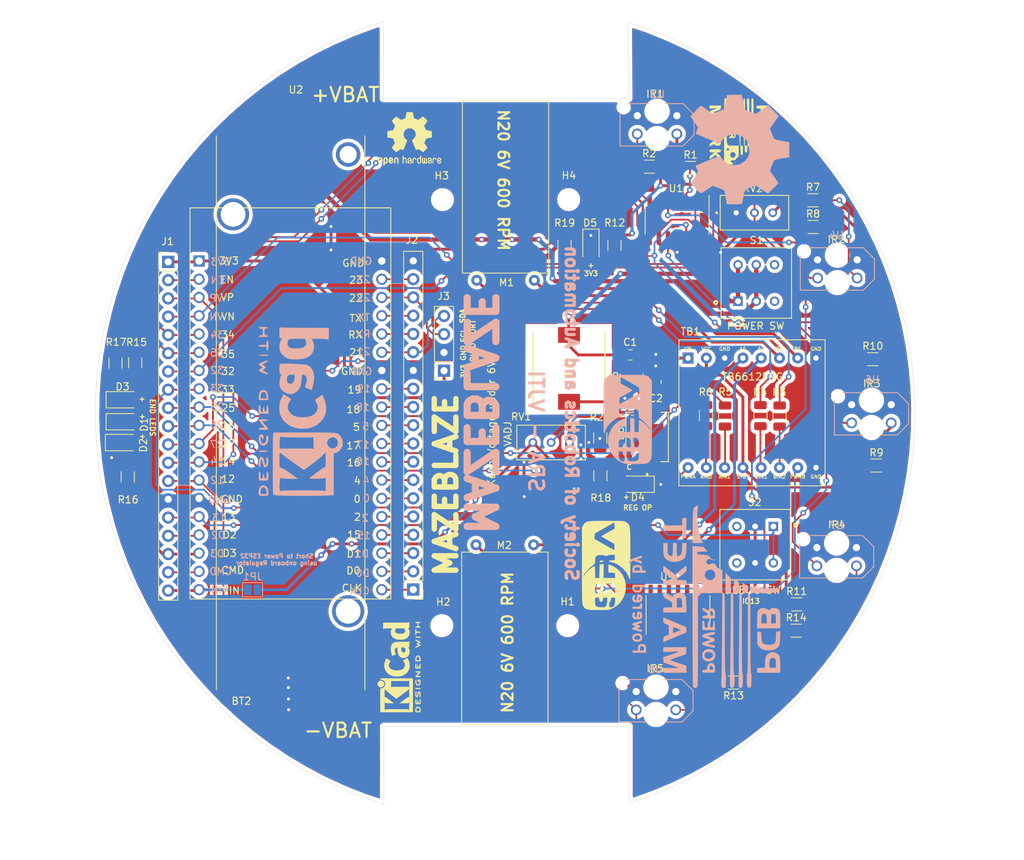
<source format=kicad_pcb>
(kicad_pcb (version 20171130) (host pcbnew 5.1.5+dfsg1-2build2)
  (layers (0 F.Cu signal) (31 B.Cu signal) (34 B.Paste user) (35 F.Paste user) (36 B.SilkS user) (37 F.SilkS user) (38 B.Mask user) (39 F.Mask user) (44 Edge.Cuts user))
  (net 0 "")
  (net 1 GND)
  (net 2 "Net-(D1-Pad2)")
  (net 3 "Net-(D2-Pad2)")
  (net 4 "Net-(D3-Pad2)")
  (net 5 "Net-(D4-Pad2)")
  (net 6 "Net-(D5-Pad2)")
  (net 7 3V3)
  (net 8 "Net-(M1-Pad2)")
  (net 9 "Net-(M1-Pad1)")
  (net 10 "Net-(M2-Pad1)")
  (net 11 "Net-(M2-Pad2)")
  (net 12 "Net-(R3-Pad1)")
  (net 13 B2)
  (net 14 B1)
  (net 15 "Net-(R4-Pad1)")
  (net 16 "Net-(R5-Pad1)")
  (net 17 A1)
  (net 18 A2)
  (net 19 "Net-(R6-Pad1)")
  (net 20 END_LED)
  (net 21 D1)
  (net 22 D2)
  (net 23 D3)
  (net 24 D4)
  (net 25 D5)
  (net 26 PWMA)
  (net 27 PWMB)
  (net 28 "Net-(R1-Pad2)")
  (net 29 "Net-(R7-Pad2)")
  (net 30 "Net-(R9-Pad2)")
  (net 31 "Net-(R11-Pad2)")
  (net 32 "Net-(R13-Pad2)")
  (net 33 SW)
  (net 34 SWO)
  (net 35 +V)
  (net 36 "Net-(D6-PadA)")
  (net 37 "Net-(R20-Pad1)")
  (net 38 "Net-(RV1-Pad2)")
  (net 39 DEB)
  (net 40 An1)
  (net 41 An2)
  (net 42 An5)
  (net 43 An3)
  (net 44 An4)
  (net 45 "Net-(J1-Pad18)")
  (net 46 "Net-(J1-Pad16)")
  (net 47 "Net-(J1-Pad2)")
  (net 48 "Net-(J2-Pad1)")
  (net 49 "Net-(J2-Pad2)")
  (net 50 "Net-(J2-Pad3)")
  (net 51 "Net-(J2-Pad4)")
  (net 52 "Net-(J2-Pad5)")
  (net 53 "Net-(J2-Pad6)")
  (net 54 "Net-(J2-Pad7)")
  (net 55 "Net-(J2-Pad8)")
  (net 56 "Net-(J2-Pad9)")
  (net 57 "Net-(J2-Pad10)")
  (net 58 "Net-(J2-Pad11)")
  (net 59 "Net-(J2-Pad12)")
  (net 60 SCL_OLED)
  (net 61 "Net-(J2-Pad15)")
  (net 62 "Net-(J2-Pad16)")
  (net 63 SDA_OLED)
  (net 64 "Net-(J2-Pad18)")
  (net 65 POT_CON)
  (net 66 Vin_ESP)
  (net 67 "Net-(S1-Pad3)")
  (net 68 "Net-(S1-Pad6)")
  (net 69 "Net-(S2-Pad3)")
  (net 70 "Net-(S2-Pad6)")
  (net 71 "Net-(U5-Pad6)")
  (module Symbol:KiCad-Logo2_5mm_SilkScreen (layer F.Cu) (at 136.28624 126.7968 90)
    (fp_text reference REF** hide)
    (fp_text value KiCad-Logo2_5mm_SilkScreen hide)
  )
  (module Capacitor_SMD:C_0805_2012Metric (layer F.Cu) (at 172.01388 87.12708 90)
    (fp_text reference C2 (at -2.29108 -0.01524 180) (layer F.SilkS))
    (fp_text value 22uF)
    (pad 2 smd roundrect (at 0.9375 0 90) (size 0.975 1.4) (layers F.Cu F.Paste F.Mask) (net 1 GND))
    (pad 1 smd roundrect (at -0.9375 0 90) (size 0.975 1.4) (layers F.Cu F.Paste F.Mask) (net 35 +V))
  )
  (module Capacitor_SMD:C_0805_2012Metric (layer F.Cu) (at 168.46296 83.37804)
    (fp_text reference C1 (at -0.04064 -1.778) (layer F.SilkS))
    (fp_text value 22uF)
    (pad 2 smd roundrect (at 0.9375 0) (size 0.975 1.4) (layers F.Cu F.Paste F.Mask) (net 1 GND))
    (pad 1 smd roundrect (at -0.9375 0) (size 0.975 1.4) (layers F.Cu F.Paste F.Mask) (net 34 SWO))
  )
  (module CDRH104RNP-220NC:INDPM102100X400N (layer F.Cu) (at 159.92348 85.24748 270)
    (fp_text reference L1 (at 0 0 90) (layer F.SilkS) (effects (font (size 1.27 1.27) (thickness 0.254))))
    (fp_text value 22uH hide)
    (pad 2 smd rect (at 4.65 0 270) (size 2.2 3.05) (layers F.Cu F.Paste F.Mask) (net 36 "Net-(D6-PadA)"))
    (pad 1 smd rect (at -4.65 0 270) (size 2.2 3.05) (layers F.Cu F.Paste F.Mask) (net 34 SWO))
  )
  (module Symbol:OSHW-Logo2_9.8x8mm_SilkScreen (layer F.Cu) (at 137.76452 53.32476)
    (fp_text reference REF** hide)
    (fp_text value OSHW-Logo2_9.8x8mm_SilkScreen hide)
  )
  (module SRA_Logo:sralogo (layer F.Cu) (at 165.06444 112.72012 90)
    (fp_text reference G*** hide)
    (fp_text value LOGO hide)
  )
  (module logos:PCB_Power_Small (layer F.Cu) (at 183.50992 54.0258 270)
    (fp_text reference G*** hide)
    (fp_text value LOGO hide)
  )
  (module logos:PCB-Power (layer B.Cu) (at 181.14772 116.99748 90)
    (fp_text reference G*** hide)
    (fp_text value LOGO hide)
  )
  (module logos:KiCad (layer B.Cu) (at 122.6312 91.3765 90)
    (fp_text reference G*** hide)
    (fp_text value LOGO hide)
  )
  (module logos:Open_Hardware (layer B.Cu) (at 183.68772 54.8894 90)
    (fp_text reference G*** hide)
    (fp_text value LOGO hide)
  )
  (module SRA_Logo:sralogo (layer B.Cu) (at 168.09212 92.41028 90)
    (fp_text reference G*** hide)
    (fp_text value LOGO hide)
  )
  (module Jumper:SolderJumper-2_P1.3mm_Open_Pad1.0x1.5mm (layer B.Cu) (at 115.9256 116.0399 180)
    (fp_text reference JP1 (at 0 1.8) (layer B.SilkS) (effects (justify mirror)))
    (fp_text value SolderJumper_2_Open)
    (pad 1 smd rect (at -0.65 0 180) (size 1 1.5) (layers B.Cu B.Mask) (net 35 +V))
    (pad 2 smd rect (at 0.65 0 180) (size 1 1.5) (layers B.Cu B.Mask) (net 66 Vin_ESP))
  )
  (module 3296W-1-202LF:TRIM_3296W-1-202LF (layer F.Cu) (at 185.6994 63.6016)
    (fp_text reference RV2 (at -0.2286 -3.3909) (layer F.SilkS) (effects (font (size 1.004283 1.004283))))
    (fp_text value R_POT)
    (pad 3 thru_hole circle (at 2.54 0) (size 1.218 1.218) (drill 0.71) (layers *.Cu *.Mask) (net 7 3V3))
    (pad 2 thru_hole circle (at 0 0) (size 1.218 1.218) (drill 0.71) (layers *.Cu *.Mask) (net 65 POT_CON))
    (pad 1 thru_hole rect (at -2.54 0) (size 1.218 1.218) (drill 0.71) (layers *.Cu *.Mask) (net 1 GND))
  )
  (module esp32_DEVKITC-32D:MODULE_ESP32-DEVKITC-32D (layer F.Cu) (at 121.19356 90.0684)
    (fp_text reference U2 (at 0.76454 -43.5864) (layer F.SilkS) (effects (font (size 1.000386 1.000386))))
    (fp_text value ESP32-DEVKITC-32D)
    (pad 38 thru_hole circle (at 12.7 25.96) (size 1.56 1.56) (drill 1.04) (layers *.Cu *.Mask) (net 48 "Net-(J2-Pad1)"))
    (pad 37 thru_hole circle (at 12.7 23.42) (size 1.56 1.56) (drill 1.04) (layers *.Cu *.Mask) (net 49 "Net-(J2-Pad2)"))
    (pad 36 thru_hole circle (at 12.7 20.88) (size 1.56 1.56) (drill 1.04) (layers *.Cu *.Mask) (net 50 "Net-(J2-Pad3)"))
    (pad 35 thru_hole circle (at 12.7 18.34) (size 1.56 1.56) (drill 1.04) (layers *.Cu *.Mask) (net 51 "Net-(J2-Pad4)"))
    (pad 34 thru_hole circle (at 12.7 15.8) (size 1.56 1.56) (drill 1.04) (layers *.Cu *.Mask) (net 52 "Net-(J2-Pad5)"))
    (pad 33 thru_hole circle (at 12.7 13.26) (size 1.56 1.56) (drill 1.04) (layers *.Cu *.Mask) (net 53 "Net-(J2-Pad6)"))
    (pad 32 thru_hole circle (at 12.7 10.72) (size 1.56 1.56) (drill 1.04) (layers *.Cu *.Mask) (net 54 "Net-(J2-Pad7)"))
    (pad 31 thru_hole circle (at 12.7 8.18) (size 1.56 1.56) (drill 1.04) (layers *.Cu *.Mask) (net 55 "Net-(J2-Pad8)"))
    (pad 30 thru_hole circle (at 12.7 5.64) (size 1.56 1.56) (drill 1.04) (layers *.Cu *.Mask) (net 56 "Net-(J2-Pad9)"))
    (pad 29 thru_hole circle (at 12.7 3.1) (size 1.56 1.56) (drill 1.04) (layers *.Cu *.Mask) (net 57 "Net-(J2-Pad10)"))
    (pad 28 thru_hole circle (at 12.7 0.56) (size 1.56 1.56) (drill 1.04) (layers *.Cu *.Mask) (net 58 "Net-(J2-Pad11)"))
    (pad 27 thru_hole circle (at 12.7 -1.98) (size 1.56 1.56) (drill 1.04) (layers *.Cu *.Mask) (net 59 "Net-(J2-Pad12)"))
    (pad 26 thru_hole circle (at 12.7 -4.52) (size 1.56 1.56) (drill 1.04) (layers *.Cu *.Mask) (net 1 GND))
    (pad 25 thru_hole circle (at 12.7 -7.06) (size 1.56 1.56) (drill 1.04) (layers *.Cu *.Mask) (net 63 SDA_OLED))
    (pad 24 thru_hole circle (at 12.7 -9.6) (size 1.56 1.56) (drill 1.04) (layers *.Cu *.Mask) (net 61 "Net-(J2-Pad15)"))
    (pad 23 thru_hole circle (at 12.7 -12.14) (size 1.56 1.56) (drill 1.04) (layers *.Cu *.Mask) (net 62 "Net-(J2-Pad16)"))
    (pad 22 thru_hole circle (at 12.7 -14.68) (size 1.56 1.56) (drill 1.04) (layers *.Cu *.Mask) (net 60 SCL_OLED))
    (pad 21 thru_hole circle (at 12.7 -17.22) (size 1.56 1.56) (drill 1.04) (layers *.Cu *.Mask) (net 64 "Net-(J2-Pad18)"))
    (pad 20 thru_hole circle (at 12.7 -19.76) (size 1.56 1.56) (drill 1.04) (layers *.Cu *.Mask) (net 1 GND))
    (pad 18 thru_hole circle (at -12.7 23.42) (size 1.56 1.56) (drill 1.04) (layers *.Cu *.Mask) (net 45 "Net-(J1-Pad18)"))
    (pad 17 thru_hole circle (at -12.7 20.88) (size 1.56 1.56) (drill 1.04) (layers *.Cu *.Mask) (net 20 END_LED))
    (pad 16 thru_hole circle (at -12.7 18.34) (size 1.56 1.56) (drill 1.04) (layers *.Cu *.Mask) (net 46 "Net-(J1-Pad16)"))
    (pad 15 thru_hole circle (at -12.7 15.8) (size 1.56 1.56) (drill 1.04) (layers *.Cu *.Mask) (net 39 DEB))
    (pad 14 thru_hole circle (at -12.7 13.26) (size 1.56 1.56) (drill 1.04) (layers *.Cu *.Mask) (net 1 GND))
    (pad 13 thru_hole circle (at -12.7 10.72) (size 1.56 1.56) (drill 1.04) (layers *.Cu *.Mask) (net 27 PWMB))
    (pad 12 thru_hole circle (at -12.7 8.18) (size 1.56 1.56) (drill 1.04) (layers *.Cu *.Mask) (net 13 B2))
    (pad 11 thru_hole circle (at -12.7 5.64) (size 1.56 1.56) (drill 1.04) (layers *.Cu *.Mask) (net 14 B1))
    (pad 10 thru_hole circle (at -12.7 3.1) (size 1.56 1.56) (drill 1.04) (layers *.Cu *.Mask) (net 18 A2))
    (pad 9 thru_hole circle (at -12.7 0.56) (size 1.56 1.56) (drill 1.04) (layers *.Cu *.Mask) (net 17 A1))
    (pad 8 thru_hole circle (at -12.7 -1.98) (size 1.56 1.56) (drill 1.04) (layers *.Cu *.Mask) (net 26 PWMA))
    (pad 7 thru_hole circle (at -12.7 -4.52) (size 1.56 1.56) (drill 1.04) (layers *.Cu *.Mask) (net 21 D1))
    (pad 6 thru_hole circle (at -12.7 -7.06) (size 1.56 1.56) (drill 1.04) (layers *.Cu *.Mask) (net 22 D2))
    (pad 5 thru_hole circle (at -12.7 -9.6) (size 1.56 1.56) (drill 1.04) (layers *.Cu *.Mask) (net 23 D3))
    (pad 4 thru_hole circle (at -12.7 -12.14) (size 1.56 1.56) (drill 1.04) (layers *.Cu *.Mask) (net 24 D4))
    (pad 3 thru_hole circle (at -12.7 -14.68) (size 1.56 1.56) (drill 1.04) (layers *.Cu *.Mask) (net 25 D5))
    (pad 19 thru_hole circle (at -12.7 25.96) (size 1.56 1.56) (drill 1.04) (layers *.Cu *.Mask) (net 66 Vin_ESP))
    (pad 2 thru_hole circle (at -12.7 -17.22) (size 1.56 1.56) (drill 1.04) (layers *.Cu *.Mask) (net 47 "Net-(J1-Pad2)"))
    (pad 1 thru_hole rect (at -12.7 -19.76) (size 1.56 1.56) (drill 1.04) (layers *.Cu *.Mask) (net 7 3V3))
  )
  (module Resistor_SMD:R_1206_3216Metric (layer F.Cu) (at 99.6188 84.4677 90)
    (fp_text reference R15 (at 2.8575 0.1905 180) (layer F.SilkS))
    (fp_text value R)
    (pad 1 smd roundrect (at -1.4625 0 90) (size 1.125 1.75) (layers F.Cu F.Paste F.Mask) (roundrect_rratio 0.2222204444444444) (net 2 "Net-(D1-Pad2)"))
    (pad 2 smd roundrect (at 1.4625 0 90) (size 1.125 1.75) (layers F.Cu F.Paste F.Mask) (roundrect_rratio 0.2222204444444444) (net 20 END_LED))
  )
  (module Package_SO:SOIC-14_3.9x8.7mm_P1.27mm (layer F.Cu) (at 174.9425 64.643 270)
    (fp_text reference U1 (at -4.4323 0.1524 180) (layer F.SilkS))
    (fp_text value LM324)
    (pad 14 smd roundrect (at 2.475 -3.81 270) (size 1.95 0.6) (layers F.Cu F.Paste F.Mask) (net 24 D4))
    (pad 13 smd roundrect (at 2.475 -2.54 270) (size 1.95 0.6) (layers F.Cu F.Paste F.Mask) (net 65 POT_CON))
    (pad 12 smd roundrect (at 2.475 -1.27 270) (size 1.95 0.6) (layers F.Cu F.Paste F.Mask) (net 44 An4))
    (pad 11 smd roundrect (at 2.475 0 270) (size 1.95 0.6) (layers F.Cu F.Paste F.Mask) (net 1 GND))
    (pad 10 smd roundrect (at 2.475 1.27 270) (size 1.95 0.6) (layers F.Cu F.Paste F.Mask) (net 43 An3))
    (pad 9 smd roundrect (at 2.475 2.54 270) (size 1.95 0.6) (layers F.Cu F.Paste F.Mask) (net 65 POT_CON))
    (pad 8 smd roundrect (at 2.475 3.81 270) (size 1.95 0.6) (layers F.Cu F.Paste F.Mask) (net 23 D3))
    (pad 7 smd roundrect (at -2.475 3.81 270) (size 1.95 0.6) (layers F.Cu F.Paste F.Mask) (net 22 D2))
    (pad 6 smd roundrect (at -2.475 2.54 270) (size 1.95 0.6) (layers F.Cu F.Paste F.Mask) (net 65 POT_CON))
    (pad 5 smd roundrect (at -2.475 1.27 270) (size 1.95 0.6) (layers F.Cu F.Paste F.Mask) (net 41 An2))
    (pad 4 smd roundrect (at -2.475 0 270) (size 1.95 0.6) (layers F.Cu F.Paste F.Mask) (net 7 3V3))
    (pad 3 smd roundrect (at -2.475 -1.27 270) (size 1.95 0.6) (layers F.Cu F.Paste F.Mask) (net 40 An1))
    (pad 2 smd roundrect (at -2.475 -2.54 270) (size 1.95 0.6) (layers F.Cu F.Paste F.Mask) (net 65 POT_CON))
    (pad 1 smd roundrect (at -2.475 -3.81 270) (size 1.95 0.6) (layers F.Cu F.Paste F.Mask) (net 21 D1))
  )
  (module MPB04-2C33-S-D:SW_MPB04-2C33-S-D (layer F.Cu) (at 185.7883 109.7661)
    (fp_text reference S2 (at -0.0635 -5.8928) (layer F.SilkS))
    (fp_text value MPB04-2C33-S-D)
    (pad 1 thru_hole rect (at 2.54 -2.54) (size 1.308 1.308) (drill 0.8) (layers *.Cu *.Mask) (net 39 DEB))
    (pad 2 thru_hole circle (at 0 -2.54) (size 1.308 1.308) (drill 0.8) (layers *.Cu *.Mask) (net 1 GND))
    (pad 3 thru_hole circle (at -2.54 -2.54) (size 1.308 1.308) (drill 0.8) (layers *.Cu *.Mask) (net 69 "Net-(S2-Pad3)"))
    (pad 4 thru_hole circle (at 2.54 2.54) (size 1.308 1.308) (drill 0.8) (layers *.Cu *.Mask) (net 39 DEB))
    (pad 5 thru_hole circle (at 0 2.54) (size 1.308 1.308) (drill 0.8) (layers *.Cu *.Mask) (net 1 GND))
    (pad 6 thru_hole circle (at -2.54 2.54) (size 1.308 1.308) (drill 0.8) (layers *.Cu *.Mask) (net 70 "Net-(S2-Pad6)"))
  )
  (module SS34:DIOM7959X265N (layer F.Cu) (at 170.7769 94.7928 90)
    (fp_text reference D6 (at 0.4826 -3.74142 270) (layer F.SilkS))
    (fp_text value SS34)
    (pad C smd rect (at -3.455 0 90) (size 2.25 3.18) (layers F.Cu F.Paste F.Mask) (net 35 +V))
    (pad A smd rect (at 3.455 0 90) (size 2.25 3.18) (layers F.Cu F.Paste F.Mask) (net 36 "Net-(D6-PadA)"))
  )
  (module Resistor_SMD:R_1206_3216Metric (layer F.Cu) (at 178.9557 91.8083 90)
    (fp_text reference R6 (at 3.2639 -0.0381 180) (layer F.SilkS))
    (fp_text value R)
    (pad 1 smd roundrect (at -1.4625 0 90) (size 1.125 1.75) (layers F.Cu F.Paste F.Mask) (roundrect_rratio 0.2222204444444444) (net 19 "Net-(R6-Pad1)"))
    (pad 2 smd roundrect (at 1.4625 0 90) (size 1.125 1.75) (layers F.Cu F.Paste F.Mask) (roundrect_rratio 0.2222204444444444) (net 18 A2))
  )
  (module Package_SO:SOIC-14_3.9x8.7mm_P1.27mm (layer F.Cu) (at 175.0695 118.7831 90)
    (fp_text reference U9 (at 4.5593 -1.4859 180) (layer F.SilkS))
    (fp_text value LM324)
    (pad 14 smd roundrect (at 2.475 -3.81 90) (size 1.95 0.6) (layers F.Cu F.Paste F.Mask))
    (pad 13 smd roundrect (at 2.475 -2.54 90) (size 1.95 0.6) (layers F.Cu F.Paste F.Mask))
    (pad 12 smd roundrect (at 2.475 -1.27 90) (size 1.95 0.6) (layers F.Cu F.Paste F.Mask))
    (pad 11 smd roundrect (at 2.475 0 90) (size 1.95 0.6) (layers F.Cu F.Paste F.Mask) (net 1 GND))
    (pad 10 smd roundrect (at 2.475 1.27 90) (size 1.95 0.6) (layers F.Cu F.Paste F.Mask))
    (pad 9 smd roundrect (at 2.475 2.54 90) (size 1.95 0.6) (layers F.Cu F.Paste F.Mask))
    (pad 8 smd roundrect (at 2.475 3.81 90) (size 1.95 0.6) (layers F.Cu F.Paste F.Mask))
    (pad 7 smd roundrect (at -2.475 3.81 90) (size 1.95 0.6) (layers F.Cu F.Paste F.Mask))
    (pad 6 smd roundrect (at -2.475 2.54 90) (size 1.95 0.6) (layers F.Cu F.Paste F.Mask))
    (pad 5 smd roundrect (at -2.475 1.27 90) (size 1.95 0.6) (layers F.Cu F.Paste F.Mask))
    (pad 4 smd roundrect (at -2.475 0 90) (size 1.95 0.6) (layers F.Cu F.Paste F.Mask) (net 7 3V3))
    (pad 3 smd roundrect (at -2.475 -1.27 90) (size 1.95 0.6) (layers F.Cu F.Paste F.Mask) (net 42 An5))
    (pad 2 smd roundrect (at -2.475 -2.54 90) (size 1.95 0.6) (layers F.Cu F.Paste F.Mask) (net 65 POT_CON))
    (pad 1 smd roundrect (at -2.475 -3.81 90) (size 1.95 0.6) (layers F.Cu F.Paste F.Mask) (net 25 D5))
  )
  (module 1042:N20_Motor (layer F.Cu) (at 150.99792 122.79122 90)
    (fp_text reference M2 (at 12.93622 -0.08382 180) (layer F.SilkS))
    (fp_text value Motor_DC)
    (pad 2 thru_hole circle (at 13 4 90) (size 1.524 1.524) (drill 0.762) (layers *.Cu *.Mask) (net 11 "Net-(M2-Pad2)"))
    (pad 1 thru_hole circle (at 13 -4 90) (size 1.524 1.524) (drill 0.762) (layers *.Cu *.Mask) (net 10 "Net-(M2-Pad1)"))
  )
  (module TCRT5000:OPTO_TCRT5000 (layer B.Cu) (at 172.01134 131.47294)
    (fp_text reference U8 (at -0.09144 -4.35864) (layer B.SilkS) (effects (font (size 1.004126 1.004126)) (justify mirror)))
    (fp_text value TCRT5000)
    (pad None np_thru_hole circle (at 0 1.9) (size 2.5 2.5) (drill 2.5) (layers *.Cu *.Mask))
    (pad None np_thru_hole circle (at 0 -1.9) (size 2.5 2.5) (drill 2.5) (layers *.Cu *.Mask))
    (pad None np_thru_hole circle (at -4.65 -2.45) (size 1 1) (drill 1) (layers *.Cu *.Mask))
    (pad CATH thru_hole circle (at 2.75 -1.27) (size 1.5 1.5) (drill 1) (layers *.Cu *.Mask) (net 1 GND))
    (pad A thru_hole circle (at 2.75 1.27) (size 1.5 1.5) (drill 1) (layers *.Cu *.Mask) (net 32 "Net-(R13-Pad2)"))
    (pad E thru_hole circle (at -2.75 -1.27) (size 1.5 1.5) (drill 1) (layers *.Cu *.Mask) (net 1 GND))
    (pad COLL thru_hole circle (at -2.75 1.27) (size 1.5 1.5) (drill 1) (layers *.Cu *.Mask) (net 42 An5))
  )
  (module 1042:TB6612FNG (layer F.Cu) (at 185.3599 91.43078)
    (fp_text reference TB1 (at -8.57082 -11.30394) (layer F.SilkS))
    (fp_text value TB6612FNG)
    (fp_text user VM (at -8.89 -8.89) (layer F.SilkS) (effects (font (size 0.5 0.5) (thickness 0.1))))
    (fp_text user VCC (at -6.35 -8.89) (layer F.SilkS) (effects (font (size 0.5 0.5) (thickness 0.1))))
    (fp_text user GND (at -3.81 -8.89) (layer F.SilkS) (effects (font (size 0.5 0.5) (thickness 0.1))))
    (fp_text user A1 (at -1.27 -8.89) (layer F.SilkS) (effects (font (size 0.5 0.5) (thickness 0.1))))
    (fp_text user A2 (at 1.27 -8.89) (layer F.SilkS) (effects (font (size 0.5 0.5) (thickness 0.1))))
    (fp_text user B2 (at 3.81 -8.89) (layer F.SilkS) (effects (font (size 0.5 0.5) (thickness 0.1))))
    (fp_text user B1 (at 6.35 -8.89) (layer F.SilkS) (effects (font (size 0.5 0.5) (thickness 0.1))))
    (fp_text user GND (at 8.89 -8.89) (layer F.SilkS) (effects (font (size 0.5 0.5) (thickness 0.1))))
    (fp_text user PWMA (at -8.89 8.89) (layer F.SilkS) (effects (font (size 0.5 0.5) (thickness 0.1))))
    (fp_text user AIN2 (at -6.35 8.89) (layer F.SilkS) (effects (font (size 0.5 0.5) (thickness 0.1))))
    (fp_text user AIN1 (at -3.81 8.89) (layer F.SilkS) (effects (font (size 0.5 0.5) (thickness 0.1))))
    (fp_text user STBY (at -1.27 8.89) (layer F.SilkS) (effects (font (size 0.5 0.5) (thickness 0.1))))
    (fp_text user BIN1 (at 1.27 8.89) (layer F.SilkS) (effects (font (size 0.5 0.5) (thickness 0.1))))
    (fp_text user BIN2 (at 3.81 8.89) (layer F.SilkS) (effects (font (size 0.5 0.5) (thickness 0.1))))
    (fp_text user PWMB (at 6.35 8.89) (layer F.SilkS) (effects (font (size 0.5 0.5) (thickness 0.1))))
    (fp_text user GND (at 8.89 8.89) (layer F.SilkS) (effects (font (size 0.5 0.5) (thickness 0.1))))
    (pad 1 thru_hole rect (at -8.89 -7.62) (size 1.524 1.524) (drill 0.762) (layers *.Cu *.Mask) (net 35 +V))
    (pad 2 thru_hole circle (at -6.35 -7.62) (size 1.524 1.524) (drill 0.762) (layers *.Cu *.Mask) (net 7 3V3))
    (pad 3 thru_hole circle (at -3.81 -7.62) (size 1.524 1.524) (drill 0.762) (layers *.Cu *.Mask) (net 1 GND))
    (pad 4 thru_hole circle (at -1.27 -7.62) (size 1.524 1.524) (drill 0.762) (layers *.Cu *.Mask) (net 11 "Net-(M2-Pad2)"))
    (pad 5 thru_hole circle (at 1.27 -7.62) (size 1.524 1.524) (drill 0.762) (layers *.Cu *.Mask) (net 10 "Net-(M2-Pad1)"))
    (pad 6 thru_hole circle (at 3.81 -7.62) (size 1.524 1.524) (drill 0.762) (layers *.Cu *.Mask) (net 8 "Net-(M1-Pad2)"))
    (pad 7 thru_hole circle (at 6.35 -7.62) (size 1.524 1.524) (drill 0.762) (layers *.Cu *.Mask) (net 9 "Net-(M1-Pad1)"))
    (pad 8 thru_hole circle (at 8.89 -7.62) (size 1.524 1.524) (drill 0.762) (layers *.Cu *.Mask) (net 1 GND))
    (pad 9 thru_hole circle (at 8.89 7.62) (size 1.524 1.524) (drill 0.762) (layers *.Cu *.Mask) (net 1 GND))
    (pad 10 thru_hole circle (at 6.35 7.62) (size 1.524 1.524) (drill 0.762) (layers *.Cu *.Mask) (net 27 PWMB))
    (pad 11 thru_hole circle (at 3.81 7.62) (size 1.524 1.524) (drill 0.762) (layers *.Cu *.Mask) (net 12 "Net-(R3-Pad1)"))
    (pad 12 thru_hole circle (at 1.27 7.62) (size 1.524 1.524) (drill 0.762) (layers *.Cu *.Mask) (net 15 "Net-(R4-Pad1)"))
    (pad 13 thru_hole circle (at -1.27 7.62) (size 1.524 1.524) (drill 0.762) (layers *.Cu *.Mask) (net 7 3V3))
    (pad 14 thru_hole circle (at -3.81 7.62) (size 1.524 1.524) (drill 0.762) (layers *.Cu *.Mask) (net 16 "Net-(R5-Pad1)"))
    (pad 15 thru_hole circle (at -6.35 7.62) (size 1.524 1.524) (drill 0.762) (layers *.Cu *.Mask) (net 19 "Net-(R6-Pad1)"))
    (pad 16 thru_hole circle (at -8.89 7.62) (size 1.524 1.524) (drill 0.762) (layers *.Cu *.Mask) (net 26 PWMA))
  )
  (module 1042:N20_Motor (layer F.Cu) (at 151.09698 59.99734 270)
    (fp_text reference M1 (at 13.29436 -0.13462 180) (layer F.SilkS))
    (fp_text value Motor_DC)
    (pad 1 thru_hole circle (at 13 -4 270) (size 1.524 1.524) (drill 0.762) (layers *.Cu *.Mask) (net 9 "Net-(M1-Pad1)"))
    (pad 2 thru_hole circle (at 13 4 270) (size 1.524 1.524) (drill 0.762) (layers *.Cu *.Mask) (net 8 "Net-(M1-Pad2)"))
  )
  (module 1042:BAT_1042 (layer F.Cu) (at 121.2191 91.43078 90)
    (fp_text reference BT2 (at -40.09042 -6.8429 180) (layer F.SilkS) (effects (font (size 1.000331 1.000331))))
    (fp_text value 1042)
    (pad P$3 thru_hole circle (at 35.93 8 90) (size 3.406 3.406) (drill 2.39) (layers *.Cu *.Mask))
    (pad P$2 thru_hole circle (at 27.6 -8 90) (size 4.466 4.466) (drill 3.45) (layers *.Cu *.Mask))
    (pad P$1 thru_hole circle (at -27.6 8 90) (size 4.466 4.466) (drill 3.45) (layers *.Cu *.Mask))
    (pad + smd rect (at 39.33 0 90) (size 7.35 6.35) (layers F.Cu F.Paste F.Mask) (net 33 SW))
    (pad - smd rect (at -39.33 0 90) (size 7.35 6.35) (layers F.Cu F.Paste F.Mask) (net 1 GND))
  )
  (module MPB04-2C33-S-D:SW_MPB04-2C33-S-D (layer F.Cu) (at 185.9534 73.3679 180)
    (fp_text reference S1 (at -0.0381 5.9309) (layer F.SilkS))
    (fp_text value MPB04-2C33-S-D)
    (pad 1 thru_hole rect (at 2.54 -2.54 180) (size 1.308 1.308) (drill 0.8) (layers *.Cu *.Mask) (net 34 SWO))
    (pad 2 thru_hole circle (at 0 -2.54 180) (size 1.308 1.308) (drill 0.8) (layers *.Cu *.Mask) (net 33 SW))
    (pad 3 thru_hole circle (at -2.54 -2.54 180) (size 1.308 1.308) (drill 0.8) (layers *.Cu *.Mask) (net 67 "Net-(S1-Pad3)"))
    (pad 4 thru_hole circle (at 2.54 2.54 180) (size 1.308 1.308) (drill 0.8) (layers *.Cu *.Mask) (net 34 SWO))
    (pad 5 thru_hole circle (at 0 2.54 180) (size 1.308 1.308) (drill 0.8) (layers *.Cu *.Mask) (net 33 SW))
    (pad 6 thru_hole circle (at -2.54 2.54 180) (size 1.308 1.308) (drill 0.8) (layers *.Cu *.Mask) (net 68 "Net-(S1-Pad6)"))
  )
  (module TCRT5000:OPTO_TCRT5000 (layer B.Cu) (at 197.2217 71.41558)
    (fp_text reference U4 (at -0.1177 -4.66438) (layer B.SilkS) (effects (font (size 1.004126 1.004126)) (justify mirror)))
    (fp_text value TCRT5000)
    (pad None np_thru_hole circle (at 0 1.9) (size 2.5 2.5) (drill 2.5) (layers *.Cu *.Mask))
    (pad None np_thru_hole circle (at 0 -1.9) (size 2.5 2.5) (drill 2.5) (layers *.Cu *.Mask))
    (pad None np_thru_hole circle (at -4.65 -2.45) (size 1 1) (drill 1) (layers *.Cu *.Mask))
    (pad CATH thru_hole circle (at 2.75 -1.27) (size 1.5 1.5) (drill 1) (layers *.Cu *.Mask) (net 1 GND))
    (pad A thru_hole circle (at 2.75 1.27) (size 1.5 1.5) (drill 1) (layers *.Cu *.Mask) (net 29 "Net-(R7-Pad2)"))
    (pad E thru_hole circle (at -2.75 -1.27) (size 1.5 1.5) (drill 1) (layers *.Cu *.Mask) (net 1 GND))
    (pad COLL thru_hole circle (at -2.75 1.27) (size 1.5 1.5) (drill 1) (layers *.Cu *.Mask) (net 41 An2))
  )
  (module TCRT5000:OPTO_TCRT5000 (layer B.Cu) (at 172.15866 51.37404)
    (fp_text reference U3 (at 0.07874 -4.24434) (layer B.SilkS) (effects (font (size 1.004126 1.004126)) (justify mirror)))
    (fp_text value TCRT5000)
    (pad COLL thru_hole circle (at -2.75 1.27) (size 1.5 1.5) (drill 1) (layers *.Cu *.Mask) (net 40 An1))
    (pad E thru_hole circle (at -2.75 -1.27) (size 1.5 1.5) (drill 1) (layers *.Cu *.Mask) (net 1 GND))
    (pad A thru_hole circle (at 2.75 1.27) (size 1.5 1.5) (drill 1) (layers *.Cu *.Mask) (net 28 "Net-(R1-Pad2)"))
    (pad CATH thru_hole circle (at 2.75 -1.27) (size 1.5 1.5) (drill 1) (layers *.Cu *.Mask) (net 1 GND))
    (pad None np_thru_hole circle (at -4.65 -2.45) (size 1 1) (drill 1) (layers *.Cu *.Mask))
    (pad None np_thru_hole circle (at 0 -1.9) (size 2.5 2.5) (drill 2.5) (layers *.Cu *.Mask))
    (pad None np_thru_hole circle (at 0 1.9) (size 2.5 2.5) (drill 2.5) (layers *.Cu *.Mask))
  )
  (module TCRT5000:OPTO_TCRT5000 (layer B.Cu) (at 201.95794 91.56446)
    (fp_text reference U6 (at 0.09906 -4.74726) (layer B.SilkS) (effects (font (size 1.004126 1.004126)) (justify mirror)))
    (fp_text value TCRT5000)
    (pad COLL thru_hole circle (at -2.75 1.27) (size 1.5 1.5) (drill 1) (layers *.Cu *.Mask) (net 43 An3))
    (pad E thru_hole circle (at -2.75 -1.27) (size 1.5 1.5) (drill 1) (layers *.Cu *.Mask) (net 1 GND))
    (pad A thru_hole circle (at 2.75 1.27) (size 1.5 1.5) (drill 1) (layers *.Cu *.Mask) (net 30 "Net-(R9-Pad2)"))
    (pad CATH thru_hole circle (at 2.75 -1.27) (size 1.5 1.5) (drill 1) (layers *.Cu *.Mask) (net 1 GND))
    (pad None np_thru_hole circle (at -4.65 -2.45) (size 1 1) (drill 1) (layers *.Cu *.Mask))
    (pad None np_thru_hole circle (at 0 -1.9) (size 2.5 2.5) (drill 2.5) (layers *.Cu *.Mask))
    (pad None np_thru_hole circle (at 0 1.9) (size 2.5 2.5) (drill 2.5) (layers *.Cu *.Mask))
  )
  (module TCRT5000:OPTO_TCRT5000 (layer B.Cu) (at 197.1201 111.44598)
    (fp_text reference U7 (at -0.0034 -4.35958) (layer B.SilkS) (effects (font (size 1.004126 1.004126)) (justify mirror)))
    (fp_text value TCRT5000)
    (pad COLL thru_hole circle (at -2.75 1.27) (size 1.5 1.5) (drill 1) (layers *.Cu *.Mask) (net 44 An4))
    (pad E thru_hole circle (at -2.75 -1.27) (size 1.5 1.5) (drill 1) (layers *.Cu *.Mask) (net 1 GND))
    (pad A thru_hole circle (at 2.75 1.27) (size 1.5 1.5) (drill 1) (layers *.Cu *.Mask) (net 31 "Net-(R11-Pad2)"))
    (pad CATH thru_hole circle (at 2.75 -1.27) (size 1.5 1.5) (drill 1) (layers *.Cu *.Mask) (net 1 GND))
    (pad None np_thru_hole circle (at -4.65 -2.45) (size 1 1) (drill 1) (layers *.Cu *.Mask))
    (pad None np_thru_hole circle (at 0 -1.9) (size 2.5 2.5) (drill 2.5) (layers *.Cu *.Mask))
    (pad None np_thru_hole circle (at 0 1.9) (size 2.5 2.5) (drill 2.5) (layers *.Cu *.Mask))
  )
  (module Resistor_SMD:R_1206_3216Metric (layer F.Cu) (at 164.2618 94.9325 270)
    (fp_text reference R20 (at -2.89814 0.03302 180) (layer F.SilkS))
    (fp_text value 2.2K)
    (pad 2 smd roundrect (at 1.4625 0 270) (size 1.125 1.75) (layers F.Cu F.Paste F.Mask) (roundrect_rratio 0.2222204444444444) (net 1 GND))
    (pad 1 smd roundrect (at -1.4625 0 270) (size 1.125 1.75) (layers F.Cu F.Paste F.Mask) (roundrect_rratio 0.2222204444444444) (net 37 "Net-(R20-Pad1)"))
  )
  (module 3296W-1-202LF:TRIM_3296W-1-202LF (layer F.Cu) (at 157.4292 95.5548 180)
    (fp_text reference RV1 (at 4.16052 3.58902) (layer F.SilkS) (effects (font (size 1.004283 1.004283))))
    (fp_text value R_POT)
    (pad 3 thru_hole circle (at 2.54 0 180) (size 1.218 1.218) (drill 0.71) (layers *.Cu *.Mask) (net 35 +V))
    (pad 2 thru_hole circle (at 0 0 180) (size 1.218 1.218) (drill 0.71) (layers *.Cu *.Mask) (net 38 "Net-(RV1-Pad2)"))
    (pad 1 thru_hole rect (at -2.54 0 180) (size 1.218 1.218) (drill 0.71) (layers *.Cu *.Mask) (net 37 "Net-(R20-Pad1)"))
  )
  (module Package_TO_SOT_SMD:SOT-23-6 (layer F.Cu) (at 168.6306 86.868 90)
    (fp_text reference U5 (at 0.21336 -2.39776 90) (layer F.SilkS))
    (fp_text value MT3608)
    (pad 5 smd rect (at 1.1 0 90) (size 1.06 0.65) (layers F.Cu F.Paste F.Mask) (net 34 SWO))
    (pad 6 smd rect (at 1.1 -0.95 90) (size 1.06 0.65) (layers F.Cu F.Paste F.Mask) (net 71 "Net-(U5-Pad6)"))
    (pad 4 smd rect (at 1.1 0.95 90) (size 1.06 0.65) (layers F.Cu F.Paste F.Mask) (net 34 SWO))
    (pad 3 smd rect (at -1.1 0.95 90) (size 1.06 0.65) (layers F.Cu F.Paste F.Mask) (net 38 "Net-(RV1-Pad2)"))
    (pad 2 smd rect (at -1.1 0 90) (size 1.06 0.65) (layers F.Cu F.Paste F.Mask) (net 1 GND))
    (pad 1 smd rect (at -1.1 -0.95 90) (size 1.06 0.65) (layers F.Cu F.Paste F.Mask) (net 36 "Net-(D6-PadA)"))
  )
  (module LED_SMD:LED_1206_3216Metric (layer F.Cu) (at 97.8535 92.6719)
    (fp_text reference D1 (at 3.0099 0.3937 90) (layer F.SilkS))
    (fp_text value LED)
    (pad 1 smd roundrect (at -1.4 0) (size 1.25 1.75) (layers F.Cu F.Paste F.Mask) (roundrect_rratio 0.2) (net 1 GND))
    (pad 2 smd roundrect (at 1.4 0) (size 1.25 1.75) (layers F.Cu F.Paste F.Mask) (roundrect_rratio 0.2) (net 2 "Net-(D1-Pad2)"))
  )
  (module LED_SMD:LED_1206_3216Metric (layer F.Cu) (at 97.7519 95.5675)
    (fp_text reference D2 (at 2.9972 0.381 90) (layer F.SilkS))
    (fp_text value LED)
    (pad 2 smd roundrect (at 1.4 0) (size 1.25 1.75) (layers F.Cu F.Paste F.Mask) (roundrect_rratio 0.2) (net 3 "Net-(D2-Pad2)"))
    (pad 1 smd roundrect (at -1.4 0) (size 1.25 1.75) (layers F.Cu F.Paste F.Mask) (roundrect_rratio 0.2) (net 1 GND))
  )
  (module LED_SMD:LED_1206_3216Metric (layer F.Cu) (at 97.8535 89.6112)
    (fp_text reference D3 (at 0 -1.82) (layer F.SilkS))
    (fp_text value LED)
    (pad 1 smd roundrect (at -1.4 0) (size 1.25 1.75) (layers F.Cu F.Paste F.Mask) (roundrect_rratio 0.2) (net 1 GND))
    (pad 2 smd roundrect (at 1.4 0) (size 1.25 1.75) (layers F.Cu F.Paste F.Mask) (roundrect_rratio 0.2) (net 4 "Net-(D3-Pad2)"))
  )
  (module LED_SMD:LED_1206_3216Metric (layer F.Cu) (at 169.4815 101.3587 180)
    (fp_text reference D4 (at 0 -1.82) (layer F.SilkS))
    (fp_text value LED)
    (pad 2 smd roundrect (at 1.4 0 180) (size 1.25 1.75) (layers F.Cu F.Paste F.Mask) (roundrect_rratio 0.2) (net 5 "Net-(D4-Pad2)"))
    (pad 1 smd roundrect (at -1.4 0 180) (size 1.25 1.75) (layers F.Cu F.Paste F.Mask) (roundrect_rratio 0.2) (net 1 GND))
  )
  (module LED_SMD:LED_1206_3216Metric (layer F.Cu) (at 162.9664 68.1609 270)
    (fp_text reference D5 (at -3.1496 0.1143 180) (layer F.SilkS))
    (fp_text value LED)
    (pad 1 smd roundrect (at -1.4 0 270) (size 1.25 1.75) (layers F.Cu F.Paste F.Mask) (roundrect_rratio 0.2) (net 1 GND))
    (pad 2 smd roundrect (at 1.4 0 270) (size 1.25 1.75) (layers F.Cu F.Paste F.Mask) (roundrect_rratio 0.2) (net 6 "Net-(D5-Pad2)"))
  )
  (module Resistor_SMD:R_1206_3216Metric (layer F.Cu) (at 176.8094 57.3659)
    (fp_text reference R1 (at 0 -1.82) (layer F.SilkS))
    (fp_text value R)
    (pad 2 smd roundrect (at 1.4625 0) (size 1.125 1.75) (layers F.Cu F.Paste F.Mask) (roundrect_rratio 0.2222204444444444) (net 28 "Net-(R1-Pad2)"))
    (pad 1 smd roundrect (at -1.4625 0) (size 1.125 1.75) (layers F.Cu F.Paste F.Mask) (roundrect_rratio 0.2222204444444444) (net 7 3V3))
  )
  (module Resistor_SMD:R_1206_3216Metric (layer F.Cu) (at 171.0944 57.1881 180)
    (fp_text reference R2 (at 0.0381 1.8288) (layer F.SilkS))
    (fp_text value R)
    (pad 1 smd roundrect (at -1.4625 0 180) (size 1.125 1.75) (layers F.Cu F.Paste F.Mask) (roundrect_rratio 0.2222204444444444) (net 7 3V3))
    (pad 2 smd roundrect (at 1.4625 0 180) (size 1.125 1.75) (layers F.Cu F.Paste F.Mask) (roundrect_rratio 0.2222204444444444) (net 40 An1))
  )
  (module Resistor_SMD:R_1206_3216Metric (layer F.Cu) (at 189.1919 91.8718 90)
    (fp_text reference R3 (at 3.28676 -0.0381 180) (layer F.SilkS))
    (fp_text value R)
    (pad 2 smd roundrect (at 1.4625 0 90) (size 1.125 1.75) (layers F.Cu F.Paste F.Mask) (roundrect_rratio 0.2222204444444444) (net 13 B2))
    (pad 1 smd roundrect (at -1.4625 0 90) (size 1.125 1.75) (layers F.Cu F.Paste F.Mask) (roundrect_rratio 0.2222204444444444) (net 12 "Net-(R3-Pad1)"))
  )
  (module Resistor_SMD:R_1206_3216Metric (layer F.Cu) (at 186.5249 91.821 90)
    (fp_text reference R4 (at 3.23596 -0.0381 180) (layer F.SilkS))
    (fp_text value R)
    (pad 1 smd roundrect (at -1.4625 0 90) (size 1.125 1.75) (layers F.Cu F.Paste F.Mask) (roundrect_rratio 0.2222204444444444) (net 15 "Net-(R4-Pad1)"))
    (pad 2 smd roundrect (at 1.4625 0 90) (size 1.125 1.75) (layers F.Cu F.Paste F.Mask) (roundrect_rratio 0.2222204444444444) (net 14 B1))
  )
  (module Resistor_SMD:R_1206_3216Metric (layer F.Cu) (at 181.61 91.8718 90)
    (fp_text reference R5 (at 3.3528 0.05588 180) (layer F.SilkS))
    (fp_text value R)
    (pad 2 smd roundrect (at 1.4625 0 90) (size 1.125 1.75) (layers F.Cu F.Paste F.Mask) (roundrect_rratio 0.2222204444444444) (net 17 A1))
    (pad 1 smd roundrect (at -1.4625 0 90) (size 1.125 1.75) (layers F.Cu F.Paste F.Mask) (roundrect_rratio 0.2222204444444444) (net 16 "Net-(R5-Pad1)"))
  )
  (module Resistor_SMD:R_1206_3216Metric (layer F.Cu) (at 193.8274 61.8617)
    (fp_text reference R7 (at 0 -1.82) (layer F.SilkS))
    (fp_text value R)
    (pad 2 smd roundrect (at 1.4625 0) (size 1.125 1.75) (layers F.Cu F.Paste F.Mask) (roundrect_rratio 0.2222204444444444) (net 29 "Net-(R7-Pad2)"))
    (pad 1 smd roundrect (at -1.4625 0) (size 1.125 1.75) (layers F.Cu F.Paste F.Mask) (roundrect_rratio 0.2222204444444444) (net 7 3V3))
  )
  (module Resistor_SMD:R_1206_3216Metric (layer F.Cu) (at 193.8401 65.5828)
    (fp_text reference R8 (at 0 -1.82) (layer F.SilkS))
    (fp_text value R)
    (pad 1 smd roundrect (at -1.4625 0) (size 1.125 1.75) (layers F.Cu F.Paste F.Mask) (roundrect_rratio 0.2222204444444444) (net 7 3V3))
    (pad 2 smd roundrect (at 1.4625 0) (size 1.125 1.75) (layers F.Cu F.Paste F.Mask) (roundrect_rratio 0.2222204444444444) (net 41 An2))
  )
  (module Resistor_SMD:R_1206_3216Metric (layer F.Cu) (at 202.6285 98.7552 180)
    (fp_text reference R9 (at -0.0254 1.778) (layer F.SilkS))
    (fp_text value R)
    (pad 1 smd roundrect (at -1.4625 0 180) (size 1.125 1.75) (layers F.Cu F.Paste F.Mask) (roundrect_rratio 0.2222204444444444) (net 7 3V3))
    (pad 2 smd roundrect (at 1.4625 0 180) (size 1.125 1.75) (layers F.Cu F.Paste F.Mask) (roundrect_rratio 0.2222204444444444) (net 30 "Net-(R9-Pad2)"))
  )
  (module Resistor_SMD:R_1206_3216Metric (layer F.Cu) (at 202.1459 83.9724 180)
    (fp_text reference R10 (at 0 1.8288) (layer F.SilkS))
    (fp_text value R)
    (pad 2 smd roundrect (at 1.4625 0 180) (size 1.125 1.75) (layers F.Cu F.Paste F.Mask) (roundrect_rratio 0.2222204444444444) (net 43 An3))
    (pad 1 smd roundrect (at -1.4625 0 180) (size 1.125 1.75) (layers F.Cu F.Paste F.Mask) (roundrect_rratio 0.2222204444444444) (net 7 3V3))
  )
  (module Resistor_SMD:R_1206_3216Metric (layer F.Cu) (at 191.5668 118.0719)
    (fp_text reference R11 (at 0 -1.82) (layer F.SilkS))
    (fp_text value R)
    (pad 1 smd roundrect (at -1.4625 0) (size 1.125 1.75) (layers F.Cu F.Paste F.Mask) (roundrect_rratio 0.2222204444444444) (net 7 3V3))
    (pad 2 smd roundrect (at 1.4625 0) (size 1.125 1.75) (layers F.Cu F.Paste F.Mask) (roundrect_rratio 0.2222204444444444) (net 31 "Net-(R11-Pad2)"))
  )
  (module Resistor_SMD:R_1206_3216Metric (layer F.Cu) (at 166.2303 68.1482 270)
    (fp_text reference R12 (at -3.1496 -0.0381 180) (layer F.SilkS))
    (fp_text value R)
    (pad 1 smd roundrect (at -1.4625 0 270) (size 1.125 1.75) (layers F.Cu F.Paste F.Mask) (roundrect_rratio 0.2222204444444444) (net 7 3V3))
    (pad 2 smd roundrect (at 1.4625 0 270) (size 1.125 1.75) (layers F.Cu F.Paste F.Mask) (roundrect_rratio 0.2222204444444444) (net 44 An4))
  )
  (module Resistor_SMD:R_1206_3216Metric (layer F.Cu) (at 191.5033 121.7295)
    (fp_text reference R14 (at 0 -1.82) (layer F.SilkS))
    (fp_text value R)
    (pad 2 smd roundrect (at 1.4625 0) (size 1.125 1.75) (layers F.Cu F.Paste F.Mask) (roundrect_rratio 0.2222204444444444) (net 42 An5))
    (pad 1 smd roundrect (at -1.4625 0) (size 1.125 1.75) (layers F.Cu F.Paste F.Mask) (roundrect_rratio 0.2222204444444444) (net 7 3V3))
  )
  (module Resistor_SMD:R_1206_3216Metric (layer F.Cu) (at 98.5774 100.3427 90)
    (fp_text reference R16 (at -3.1623 0.0508 180) (layer F.SilkS))
    (fp_text value R)
    (pad 2 smd roundrect (at 1.4625 0 90) (size 1.125 1.75) (layers F.Cu F.Paste F.Mask) (roundrect_rratio 0.2222204444444444) (net 3 "Net-(D2-Pad2)"))
    (pad 1 smd roundrect (at -1.4625 0 90) (size 1.125 1.75) (layers F.Cu F.Paste F.Mask) (roundrect_rratio 0.2222204444444444) (net 20 END_LED))
  )
  (module Resistor_SMD:R_1206_3216Metric (layer F.Cu) (at 96.8756 84.5185 270)
    (fp_text reference R17 (at -2.921 -0.0889 180) (layer F.SilkS))
    (fp_text value R)
    (pad 1 smd roundrect (at -1.4625 0 270) (size 1.125 1.75) (layers F.Cu F.Paste F.Mask) (roundrect_rratio 0.2222204444444444) (net 20 END_LED))
    (pad 2 smd roundrect (at 1.4625 0 270) (size 1.125 1.75) (layers F.Cu F.Paste F.Mask) (roundrect_rratio 0.2222204444444444) (net 4 "Net-(D3-Pad2)"))
  )
  (module Resistor_SMD:R_1206_3216Metric (layer F.Cu) (at 164.2745 100.1903 90)
    (fp_text reference R18 (at -3.0861 0.05334 180) (layer F.SilkS))
    (fp_text value R)
    (pad 2 smd roundrect (at 1.4625 0 90) (size 1.125 1.75) (layers F.Cu F.Paste F.Mask) (roundrect_rratio 0.2222204444444444) (net 35 +V))
    (pad 1 smd roundrect (at -1.4625 0 90) (size 1.125 1.75) (layers F.Cu F.Paste F.Mask) (roundrect_rratio 0.2222204444444444) (net 5 "Net-(D4-Pad2)"))
  )
  (module Resistor_SMD:R_1206_3216Metric (layer F.Cu) (at 159.2961 68.1355 270)
    (fp_text reference R19 (at -3.1115 -0.0127 180) (layer F.SilkS))
    (fp_text value R)
    (pad 1 smd roundrect (at -1.4625 0 270) (size 1.125 1.75) (layers F.Cu F.Paste F.Mask) (roundrect_rratio 0.2222204444444444) (net 7 3V3))
    (pad 2 smd roundrect (at 1.4625 0 270) (size 1.125 1.75) (layers F.Cu F.Paste F.Mask) (roundrect_rratio 0.2222204444444444) (net 6 "Net-(D5-Pad2)"))
  )
  (module MountingHole:MountingHole_2.2mm_M2 (layer F.Cu) (at 159.7406 121.031 180)
    (fp_text reference H1 (at 0.0254 3.3401) (layer F.SilkS))
    (fp_text value MountingHole)
    (pad 1 np_thru_hole circle (at 0 0 180) (size 2.2 2.2) (drill 2.2) (layers *.Cu *.Mask))
  )
  (module MountingHole:MountingHole_2.2mm_M2 (layer F.Cu) (at 142.24 121.031 180)
    (fp_text reference H2 (at -0.2032 3.302) (layer F.SilkS))
    (fp_text value MountingHole)
    (pad 1 np_thru_hole circle (at 0 0 180) (size 2.2 2.2) (drill 2.2) (layers *.Cu *.Mask))
  )
  (module MountingHole:MountingHole_2.2mm_M2 (layer F.Cu) (at 142.3289 61.7728 180)
    (fp_text reference H3 (at 0.1016 3.3274) (layer F.SilkS))
    (fp_text value MountingHole)
    (pad 1 np_thru_hole circle (at 0 0 180) (size 2.2 2.2) (drill 2.2) (layers *.Cu *.Mask))
  )
  (module MountingHole:MountingHole_2.2mm_M2 (layer F.Cu) (at 159.8676 61.7728 180)
    (fp_text reference H4 (at -0.0381 3.3528) (layer F.SilkS))
    (fp_text value MountingHole)
    (pad 1 np_thru_hole circle (at 0 0 180) (size 2.2 2.2) (drill 2.2) (layers *.Cu *.Mask))
  )
  (module Connector_PinHeader_2.54mm:PinHeader_1x19_P2.54mm_Vertical (layer F.Cu) (at 104.2035 70.4342)
    (fp_text reference J1 (at -0.0635 -2.8448) (layer F.SilkS))
    (fp_text value Conn_01x19_Male)
    (pad 19 thru_hole oval (at 0 45.72) (size 1.7 1.7) (drill 1) (layers *.Cu *.Mask) (net 66 Vin_ESP))
    (pad 18 thru_hole oval (at 0 43.18) (size 1.7 1.7) (drill 1) (layers *.Cu *.Mask) (net 45 "Net-(J1-Pad18)"))
    (pad 17 thru_hole oval (at 0 40.64) (size 1.7 1.7) (drill 1) (layers *.Cu *.Mask) (net 20 END_LED))
    (pad 16 thru_hole oval (at 0 38.1) (size 1.7 1.7) (drill 1) (layers *.Cu *.Mask) (net 46 "Net-(J1-Pad16)"))
    (pad 15 thru_hole oval (at 0 35.56) (size 1.7 1.7) (drill 1) (layers *.Cu *.Mask) (net 39 DEB))
    (pad 14 thru_hole oval (at 0 33.02) (size 1.7 1.7) (drill 1) (layers *.Cu *.Mask) (net 1 GND))
    (pad 13 thru_hole oval (at 0 30.48) (size 1.7 1.7) (drill 1) (layers *.Cu *.Mask) (net 27 PWMB))
    (pad 12 thru_hole oval (at 0 27.94) (size 1.7 1.7) (drill 1) (layers *.Cu *.Mask) (net 13 B2))
    (pad 11 thru_hole oval (at 0 25.4) (size 1.7 1.7) (drill 1) (layers *.Cu *.Mask) (net 14 B1))
    (pad 10 thru_hole oval (at 0 22.86) (size 1.7 1.7) (drill 1) (layers *.Cu *.Mask) (net 18 A2))
    (pad 9 thru_hole oval (at 0 20.32) (size 1.7 1.7) (drill 1) (layers *.Cu *.Mask) (net 17 A1))
    (pad 8 thru_hole oval (at 0 17.78) (size 1.7 1.7) (drill 1) (layers *.Cu *.Mask) (net 26 PWMA))
    (pad 7 thru_hole oval (at 0 15.24) (size 1.7 1.7) (drill 1) (layers *.Cu *.Mask) (net 21 D1))
    (pad 6 thru_hole oval (at 0 12.7) (size 1.7 1.7) (drill 1) (layers *.Cu *.Mask) (net 22 D2))
    (pad 5 thru_hole oval (at 0 10.16) (size 1.7 1.7) (drill 1) (layers *.Cu *.Mask) (net 23 D3))
    (pad 4 thru_hole oval (at 0 7.62) (size 1.7 1.7) (drill 1) (layers *.Cu *.Mask) (net 24 D4))
    (pad 3 thru_hole oval (at 0 5.08) (size 1.7 1.7) (drill 1) (layers *.Cu *.Mask) (net 25 D5))
    (pad 2 thru_hole oval (at 0 2.54) (size 1.7 1.7) (drill 1) (layers *.Cu *.Mask) (net 47 "Net-(J1-Pad2)"))
    (pad 1 thru_hole rect (at 0 0) (size 1.7 1.7) (drill 1) (layers *.Cu *.Mask) (net 7 3V3))
  )
  (module Connector_PinHeader_2.54mm:PinHeader_1x19_P2.54mm_Vertical (layer F.Cu) (at 138.2649 116.0145 180)
    (fp_text reference J2 (at 0.1778 48.6156) (layer F.SilkS))
    (fp_text value Conn_01x19_Male)
    (pad 1 thru_hole rect (at 0 0 180) (size 1.7 1.7) (drill 1) (layers *.Cu *.Mask) (net 48 "Net-(J2-Pad1)"))
    (pad 2 thru_hole oval (at 0 2.54 180) (size 1.7 1.7) (drill 1) (layers *.Cu *.Mask) (net 49 "Net-(J2-Pad2)"))
    (pad 3 thru_hole oval (at 0 5.08 180) (size 1.7 1.7) (drill 1) (layers *.Cu *.Mask) (net 50 "Net-(J2-Pad3)"))
    (pad 4 thru_hole oval (at 0 7.62 180) (size 1.7 1.7) (drill 1) (layers *.Cu *.Mask) (net 51 "Net-(J2-Pad4)"))
    (pad 5 thru_hole oval (at 0 10.16 180) (size 1.7 1.7) (drill 1) (layers *.Cu *.Mask) (net 52 "Net-(J2-Pad5)"))
    (pad 6 thru_hole oval (at 0 12.7 180) (size 1.7 1.7) (drill 1) (layers *.Cu *.Mask) (net 53 "Net-(J2-Pad6)"))
    (pad 7 thru_hole oval (at 0 15.24 180) (size 1.7 1.7) (drill 1) (layers *.Cu *.Mask) (net 54 "Net-(J2-Pad7)"))
    (pad 8 thru_hole oval (at 0 17.78 180) (size 1.7 1.7) (drill 1) (layers *.Cu *.Mask) (net 55 "Net-(J2-Pad8)"))
    (pad 9 thru_hole oval (at 0 20.32 180) (size 1.7 1.7) (drill 1) (layers *.Cu *.Mask) (net 56 "Net-(J2-Pad9)"))
    (pad 10 thru_hole oval (at 0 22.86 180) (size 1.7 1.7) (drill 1) (layers *.Cu *.Mask) (net 57 "Net-(J2-Pad10)"))
    (pad 11 thru_hole oval (at 0 25.4 180) (size 1.7 1.7) (drill 1) (layers *.Cu *.Mask) (net 58 "Net-(J2-Pad11)"))
    (pad 12 thru_hole oval (at 0 27.94 180) (size 1.7 1.7) (drill 1) (layers *.Cu *.Mask) (net 59 "Net-(J2-Pad12)"))
    (pad 13 thru_hole oval (at 0 30.48 180) (size 1.7 1.7) (drill 1) (layers *.Cu *.Mask) (net 1 GND))
    (pad 14 thru_hole oval (at 0 33.02 180) (size 1.7 1.7) (drill 1) (layers *.Cu *.Mask) (net 63 SDA_OLED))
    (pad 15 thru_hole oval (at 0 35.56 180) (size 1.7 1.7) (drill 1) (layers *.Cu *.Mask) (net 61 "Net-(J2-Pad15)"))
    (pad 16 thru_hole oval (at 0 38.1 180) (size 1.7 1.7) (drill 1) (layers *.Cu *.Mask) (net 62 "Net-(J2-Pad16)"))
    (pad 17 thru_hole oval (at 0 40.64 180) (size 1.7 1.7) (drill 1) (layers *.Cu *.Mask) (net 60 SCL_OLED))
    (pad 18 thru_hole oval (at 0 43.18 180) (size 1.7 1.7) (drill 1) (layers *.Cu *.Mask) (net 64 "Net-(J2-Pad18)"))
    (pad 19 thru_hole oval (at 0 45.72 180) (size 1.7 1.7) (drill 1) (layers *.Cu *.Mask) (net 1 GND))
  )
  (module Connector_PinSocket_2.54mm:PinSocket_1x04_P2.54mm_Vertical (layer F.Cu) (at 142.5448 85.5726 180)
    (fp_text reference J3 (at 0.0635 10.3632) (layer F.SilkS))
    (fp_text value Conn_01x04_Female)
    (pad 1 thru_hole rect (at 0 0 180) (size 1.7 1.7) (drill 1) (layers *.Cu *.Mask) (net 7 3V3))
    (pad 2 thru_hole oval (at 0 2.54 180) (size 1.7 1.7) (drill 1) (layers *.Cu *.Mask) (net 1 GND))
    (pad 3 thru_hole oval (at 0 5.08 180) (size 1.7 1.7) (drill 1) (layers *.Cu *.Mask) (net 60 SCL_OLED))
    (pad 4 thru_hole oval (at 0 7.62 180) (size 1.7 1.7) (drill 1) (layers *.Cu *.Mask) (net 63 SDA_OLED))
  )
  (module Resistor_SMD:R_1206_3216Metric (layer F.Cu) (at 182.7911 128.9431 180)
    (fp_text reference R13 (at 0 -1.82) (layer F.SilkS))
    (fp_text value R)
    (pad 1 smd roundrect (at -1.4625 0 180) (size 1.125 1.75) (layers F.Cu F.Paste F.Mask) (roundrect_rratio 0.222222) (net 7 3V3))
    (pad 2 smd roundrect (at 1.4625 0 180) (size 1.125 1.75) (layers F.Cu F.Paste F.Mask) (roundrect_rratio 0.222222) (net 32 "Net-(R13-Pad2)"))
  )
  (gr_text "C\n" (at 168.26992 98.97364) (layer F.SilkS) (effects (font (size 0.7 0.7))))
  (gr_text A (at 168.28008 90.67292) (layer F.SilkS) (effects (font (size 0.7 0.7))))
  (gr_text MAZEBLAZE (at 142.83944 101.45268 90) (layer F.SilkS) (effects (font (size 3 3) (thickness 0.75))))
  (gr_text "SRA - VJTI" (at 155.32608 93.98 270) (layer B.SilkS) (effects (font (size 2 2) (thickness 0.4)) (justify mirror)))
  (gr_text "Society of Robotics and Automation\n" (at 160.2486 91.51112 270) (layer B.SilkS) (effects (font (size 1.7 1.7) (thickness 0.4)) (justify mirror)))
  (gr_text "Powered by\n" (at 169.60088 118.12524 270) (layer B.SilkS) (effects (font (size 1.6 1.6) (thickness 0.3)) (justify mirror)))
  (gr_text MAZEBLAZE (at 147.55368 91.40952 -90) (layer B.SilkS) (effects (font (size 4 4) (thickness 1)) (justify mirror)))
  (gr_text "N20 6V 600 RPM" (at 150.7871 59.055 270) (layer F.SilkS) (effects (font (size 1.5 1.5) (thickness 0.3))))
  (gr_text "N20 6V 600 RPM" (at 151.384 123.3678 90) (layer F.SilkS) (effects (font (size 1.5 1.5) (thickness 0.3))))
  (gr_text "Keep Voltage under 6V\n" (at 149.1361 92.9259 90) (layer F.SilkS) (effects (font (size 1 1))))
  (gr_text -VBAT (at 127.81788 135.59536) (layer F.SilkS) (effects (font (size 2 2) (thickness 0.3))))
  (gr_text "+VBAT\n" (at 128.83388 47.18812) (layer F.SilkS) (effects (font (size 2 2) (thickness 0.3))))
  (gr_text "TB6612FNG\n" (at 185.42 86.4108) (layer F.SilkS) (effects (font (size 1 1))))
  (gr_text IR5 (at 171.9072 126.98476) (layer F.SilkS) (effects (font (size 1 1))))
  (gr_text IR4 (at 197.1294 106.99496) (layer F.SilkS) (effects (font (size 1 1))))
  (gr_text IR3 (at 202.00112 87.37092) (layer F.SilkS) (effects (font (size 1 1))))
  (gr_text IR2 (at 197.0786 67.30492) (layer F.SilkS) (effects (font (size 1 1))))
  (gr_text "IR1\n" (at 171.86656 47.08144) (layer F.SilkS) (effects (font (size 1 1))))
  (gr_text VADJ (at 151.4094 94.3356 90) (layer F.SilkS) (effects (font (size 1 1))))
  (gr_text CLK (at 129.7432 115.8113) (layer F.SilkS) (effects (font (size 1 1))))
  (gr_text D0 (at 129.9464 113.3856) (layer F.SilkS) (effects (font (size 1 1))))
  (gr_text D1 (at 129.9972 111.0488) (layer F.SilkS) (effects (font (size 1 1))))
  (gr_text 15 (at 130.048 108.3945) (layer F.SilkS) (effects (font (size 1 1))))
  (gr_text "2\n" (at 130.5179 105.9307) (layer F.SilkS) (effects (font (size 1 1))))
  (gr_text "0\n" (at 130.4671 103.4161) (layer F.SilkS) (effects (font (size 1 1))))
  (gr_text 4 (at 130.4925 100.8761) (layer F.SilkS) (effects (font (size 1 1))))
  (gr_text 16 (at 130.0099 98.3615) (layer F.SilkS) (effects (font (size 1 1))))
  (gr_text 17 (at 129.921 95.9993) (layer F.SilkS) (effects (font (size 1 1))))
  (gr_text 5 (at 130.3782 93.4085) (layer F.SilkS) (effects (font (size 1 1))))
  (gr_text 18 (at 129.9591 90.9701) (layer F.SilkS) (effects (font (size 1 1))))
  (gr_text 19 (at 130.0988 88.2269) (layer F.SilkS) (effects (font (size 1 1))))
  (gr_text GND (at 129.7432 85.6361) (layer F.SilkS) (effects (font (size 1 1))))
  (gr_text 21 (at 130.3274 83.058) (layer F.SilkS) (effects (font (size 1 1))))
  (gr_text RX (at 130.2131 80.5815) (layer F.SilkS) (effects (font (size 1 1))))
  (gr_text TX (at 130.2639 78.2828) (layer F.SilkS) (effects (font (size 1 1))))
  (gr_text 22 (at 130.2893 75.4761) (layer F.SilkS) (effects (font (size 1 1))))
  (gr_text 23 (at 130.3147 72.9742) (layer F.SilkS) (effects (font (size 1 1))))
  (gr_text GND (at 129.9337 70.612) (layer F.SilkS) (effects (font (size 1 1))))
  (gr_text VIN (at 112.9665 116.1415) (layer F.SilkS) (effects (font (size 1 1))))
  (gr_text CMD (at 113.1824 113.3221) (layer F.SilkS) (effects (font (size 1 1))))
  (gr_text D3 (at 112.7379 110.9472) (layer F.SilkS) (effects (font (size 1 1))))
  (gr_text D2 (at 112.7379 108.3945) (layer F.SilkS) (effects (font (size 1 1))))
  (gr_text 13 (at 112.5855 105.9053) (layer F.SilkS) (effects (font (size 1 1))))
  (gr_text GND (at 113.0554 103.4542) (layer F.SilkS) (effects (font (size 1 1))))
  (gr_text 12 (at 112.5347 100.6348) (layer F.SilkS) (effects (font (size 1 1))))
  (gr_text 14 (at 112.5347 98.1583) (layer F.SilkS) (effects (font (size 1 1))))
  (gr_text 27 (at 112.5601 95.7199) (layer F.SilkS) (effects (font (size 1 1))))
  (gr_text 26 (at 112.522 93.3069) (layer F.SilkS) (effects (font (size 1 1))))
  (gr_text 25 (at 112.5474 90.7669) (layer F.SilkS) (effects (font (size 1 1))))
  (gr_text 33 (at 112.4839 88.2015) (layer F.SilkS) (effects (font (size 1 1))))
  (gr_text "32\n" (at 112.522 85.6488) (layer F.SilkS) (effects (font (size 1 1))))
  (gr_text 35 (at 112.522 83.2739) (layer F.SilkS) (effects (font (size 1 1))))
  (gr_text 34 (at 112.4966 80.5815) (layer F.SilkS) (effects (font (size 1 1))))
  (gr_text VN (at 112.522 78.0542) (layer F.SilkS) (effects (font (size 1 1))))
  (gr_text VP (at 112.4331 75.3745) (layer F.SilkS) (effects (font (size 1 1))))
  (gr_text EN (at 112.3696 72.9107) (layer F.SilkS) (effects (font (size 1 1))))
  (gr_text "3V3\n" (at 112.6363 70.2818) (layer F.SilkS) (effects (font (size 1 1))))
  (gr_text GND (at 131.0259 70.3199) (layer B.SilkS) (effects (font (size 1 1)) (justify mirror)))
  (gr_text 23 (at 131.3434 72.9107) (layer B.SilkS) (effects (font (size 1 1)) (justify mirror)))
  (gr_text 22 (at 131.3561 75.3999) (layer B.SilkS) (effects (font (size 1 1)) (justify mirror)))
  (gr_text TX (at 131.3942 78.1685) (layer B.SilkS) (effects (font (size 1 1)) (justify mirror)))
  (gr_text RX (at 131.3307 80.4799) (layer B.SilkS) (effects (font (size 1 1)) (justify mirror)))
  (gr_text 21 (at 131.3561 82.9056) (layer B.SilkS) (effects (font (size 1 1)) (justify mirror)))
  (gr_text GND (at 131.0386 85.6742) (layer B.SilkS) (effects (font (size 1 1)) (justify mirror)))
  (gr_text 19 (at 131.3942 88.0745) (layer B.SilkS) (effects (font (size 1 1)) (justify mirror)))
  (gr_text 18 (at 131.2545 90.6399) (layer B.SilkS) (effects (font (size 1 1)) (justify mirror)))
  (gr_text 5 (at 131.6609 93.345) (layer B.SilkS) (effects (font (size 1 1)) (justify mirror)))
  (gr_text 17 (at 131.2545 95.8723) (layer B.SilkS) (effects (font (size 1 1)) (justify mirror)))
  (gr_text 16 (at 131.2545 98.171) (layer B.SilkS) (effects (font (size 1 1)) (justify mirror)))
  (gr_text 4 (at 131.7244 100.8761) (layer B.SilkS) (effects (font (size 1 1)) (justify mirror)))
  (gr_text 0 (at 131.7625 103.3145) (layer B.SilkS) (effects (font (size 1 1)) (justify mirror)))
  (gr_text 2 (at 131.5847 106.0577) (layer B.SilkS) (effects (font (size 1 1)) (justify mirror)))
  (gr_text 15 (at 131.3688 108.4961) (layer B.SilkS) (effects (font (size 1 1)) (justify mirror)))
  (gr_text D1 (at 131.1402 111.0234) (layer B.SilkS) (effects (font (size 1 1)) (justify mirror)))
  (gr_text D0 (at 131.2291 113.7285) (layer B.SilkS) (effects (font (size 1 1)) (justify mirror)))
  (gr_text "CLK\n" (at 130.7973 116.205) (layer B.SilkS) (effects (font (size 1 1)) (justify mirror)))
  (gr_text "VIN\n" (at 111.3155 116.078) (layer B.SilkS) (effects (font (size 1 1)) (justify mirror)))
  (gr_text CMD (at 111.506 113.4872) (layer B.SilkS) (effects (font (size 1 1)) (justify mirror)))
  (gr_text D3 (at 110.998 111.0107) (layer B.SilkS) (effects (font (size 1 1)) (justify mirror)))
  (gr_text "D2\n" (at 111.1504 108.4453) (layer B.SilkS) (effects (font (size 1 1)) (justify mirror)))
  (gr_text 13 (at 111.2774 106.045) (layer B.SilkS) (effects (font (size 1 1)) (justify mirror)))
  (gr_text "GND\n" (at 111.3155 103.4923) (layer B.SilkS) (effects (font (size 1 1)) (justify mirror)))
  (gr_text "VN\n" (at 110.9091 78.0669) (layer B.SilkS) (effects (font (size 1 1)) (justify mirror)))
  (gr_text 12 (at 111.0107 100.7999) (layer B.SilkS) (effects (font (size 1 1)) (justify mirror)))
  (gr_text 14 (at 111.0107 98.1329) (layer B.SilkS) (effects (font (size 1 1)) (justify mirror)))
  (gr_text 27 (at 110.9599 95.8215) (layer B.SilkS) (effects (font (size 1 1)) (justify mirror)))
  (gr_text 26 (at 110.9599 93.0783) (layer B.SilkS) (effects (font (size 1 1)) (justify mirror)))
  (gr_text "25\n" (at 111.0234 90.6145) (layer B.SilkS) (effects (font (size 1 1)) (justify mirror)))
  (gr_text 33 (at 110.998 88.0364) (layer B.SilkS) (effects (font (size 1 1)) (justify mirror)))
  (gr_text 32 (at 111.0107 85.5218) (layer B.SilkS) (effects (font (size 1 1)) (justify mirror)))
  (gr_text 35 (at 110.9726 83.0834) (layer B.SilkS) (effects (font (size 1 1)) (justify mirror)))
  (gr_text 34 (at 111.0361 80.5815) (layer B.SilkS) (effects (font (size 1 1)) (justify mirror)))
  (gr_text "VP\n" (at 110.871 75.4888) (layer B.SilkS) (effects (font (size 1 1)) (justify mirror)))
  (gr_text "EN\n" (at 111.0869 72.9869) (layer B.SilkS) (effects (font (size 1 1)) (justify mirror)))
  (gr_text "3V3\n" (at 111.506 70.4469) (layer B.SilkS) (effects (font (size 1 1)) (justify mirror)))
  (gr_text "Society of Robotics and Automation\n" (at 160.30956 91.51112 270) (layer B.SilkS) (effects (font (size 1.7 1.7) (thickness 0.4)) (justify mirror)))
  (gr_text "Short to Power ESP32\nusing onboard Regulator" (at 119.2911 111.8362) (layer B.SilkS) (effects (font (size 0.6 0.6)) (justify mirror)))
  (gr_text IO13 (at 185.2168 117.6274) (layer F.SilkS) (effects (font (size 0.7 0.7))))
  (gr_text "DEBUG SW" (at 185.4708 116.078) (layer F.SilkS) (effects (font (size 1 1))))
  (gr_text "POWER SW" (at 185.8645 79.3496) (layer F.SilkS) (effects (font (size 1 1))))
  (gr_text "+\n3V3" (at 162.9664 71.4883) (layer F.SilkS) (effects (font (size 0.7 0.7))))
  (gr_text "+\n" (at 100.584 94.742 90) (layer F.SilkS) (effects (font (size 0.7 0.7))))
  (gr_text "+\n" (at 100.5586 91.9734 90) (layer F.SilkS) (effects (font (size 0.7 0.7))))
  (gr_text + (at 100.5205 89.535 90) (layer F.SilkS) (effects (font (size 0.7 0.7))))
  (gr_text + (at 167.8178 103.1621 90) (layer F.SilkS) (effects (font (size 0.7 0.7))))
  (gr_text "REG OP" (at 169.4688 104.6226) (layer F.SilkS) (effects (font (size 0.7 0.7))))
  (gr_text "END LEDS" (at 102.0191 92.0877 -90) (layer F.SilkS) (effects (font (size 0.7 0.7))))
  (gr_text SDA (at 145.1229 77.9526 90) (layer F.SilkS) (effects (font (size 0.7 0.7))))
  (gr_text "OLED PORT" (at 146.558 81.407 90) (layer F.SilkS) (effects (font (size 0.7 0.7))))
  (gr_text SDA (at 145.161 77.9907 90) (layer F.SilkS) (effects (font (size 0.7 0.7))))
  (gr_text SCL (at 145.2499 80.6577 90) (layer F.SilkS) (effects (font (size 0.7 0.7))))
  (gr_text GND (at 145.2372 83.0961 90) (layer F.SilkS) (effects (font (size 0.7 0.7))))
  (gr_text 3V3 (at 145.2626 85.6742 90) (layer F.SilkS) (effects (font (size 0.7 0.7))))
  (gr_arc (start 151.0792 91.43238) (end 168.258499 145.703539) (angle -144.9677376) (layer Edge.Cuts) (width 0.05))
  (gr_arc (start 151.0691 91.43078) (end 134.119102 37.030781) (angle -145.4359435) (layer Edge.Cuts) (width 0.05))
  (gr_line (start 134.1717 135.05078) (end 134.164693 145.844963) (layer Edge.Cuts) (width 0.05))
  (gr_line (start 168.2585 135.05078) (end 168.2585 145.70354) (layer Edge.Cuts) (width 0.05))
  (gr_line (start 134.1217 47.71078) (end 134.119102 37.030781) (layer Edge.Cuts) (width 0.05))
  (gr_line (start 168.2085 47.71078) (end 168.165979 37.132021) (layer Edge.Cuts) (width 0.05))
  (gr_line (start 151.2151 135.05078) (end 168.2585 135.05078) (layer Edge.Cuts) (width 0.05))
  (gr_line (start 134.1717 135.05078) (end 151.2151 135.05078) (layer Edge.Cuts) (width 0.05))
  (gr_line (start 134.1217 47.71078) (end 151.1651 47.71078) (layer Edge.Cuts) (width 0.05))
  (gr_line (start 151.1651 47.71078) (end 168.2085 47.71078) (layer Edge.Cuts) (width 0.05))
  (via (at 162.9537 66.7512) (size 0.8) (drill 0.4) (layers F.Cu B.Cu) (net 1))
  (via (at 120.9421 132.7277) (size 0.8) (drill 0.4) (layers F.Cu B.Cu) (net 1))
  (via (at 120.9167 131.2291) (size 0.8) (drill 0.4) (layers F.Cu B.Cu) (net 1))
  (via (at 120.904 129.6543) (size 0.8) (drill 0.4) (layers F.Cu B.Cu) (net 1))
  (via (at 120.8913 128.3081) (size 0.8) (drill 0.4) (layers F.Cu B.Cu) (net 1))
  (segment (start 108.36776 103.4542) (end 108.49356 103.3284) (width 0.25) (layer F.Cu) (net 1))
  (segment (start 104.2035 103.4542) (end 108.36776 103.4542) (width 0.25) (layer F.Cu) (net 1))
  (segment (start 138.251 70.3084) (end 138.2649 70.2945) (width 0.25) (layer F.Cu) (net 1))
  (segment (start 133.89356 70.3084) (end 138.251 70.3084) (width 0.25) (layer F.Cu) (net 1))
  (segment (start 138.251 85.5484) (end 138.2649 85.5345) (width 0.25) (layer F.Cu) (net 1))
  (segment (start 133.89356 85.5484) (end 138.251 85.5484) (width 0.25) (layer F.Cu) (net 1))
  (via (at 174.9679 69.088) (size 0.8) (drill 0.4) (layers F.Cu B.Cu) (net 1))
  (segment (start 174.9425 69.0626) (end 174.9679 69.088) (width 0.25) (layer F.Cu) (net 1))
  (segment (start 174.9425 67.118) (end 174.9425 69.0626) (width 0.25) (layer F.Cu) (net 1))
  (via (at 96.3422 97.663) (size 0.8) (drill 0.4) (layers F.Cu B.Cu) (net 1))
  (segment (start 183.515 118.7704) (end 185.7883 116.4971) (width 0.4) (layer F.Cu) (net 1))
  (segment (start 176.5568 118.7704) (end 183.515 118.7704) (width 0.4) (layer F.Cu) (net 1))
  (segment (start 185.7883 116.4971) (end 185.7883 112.3061) (width 0.4) (layer F.Cu) (net 1))
  (segment (start 175.0695 117.2831) (end 176.5568 118.7704) (width 0.4) (layer F.Cu) (net 1))
  (segment (start 175.0695 116.3081) (end 175.0695 117.2831) (width 0.4) (layer F.Cu) (net 1))
  (via (at 175.0568 114.046) (size 0.8) (drill 0.4) (layers F.Cu B.Cu) (net 1))
  (segment (start 175.0695 114.0587) (end 175.0568 114.046) (width 0.4) (layer F.Cu) (net 1))
  (segment (start 175.0695 116.3081) (end 175.0695 114.0587) (width 0.4) (layer F.Cu) (net 1))
  (segment (start 96.4535 89.6112) (end 96.4535 92.6719) (width 0.4) (layer F.Cu) (net 1))
  (segment (start 96.4535 95.4659) (end 96.3519 95.5675) (width 0.4) (layer F.Cu) (net 1))
  (segment (start 96.4535 92.6719) (end 96.4535 95.4659) (width 0.4) (layer F.Cu) (net 1))
  (segment (start 96.3519 97.6533) (end 96.3422 97.663) (width 0.4) (layer F.Cu) (net 1))
  (segment (start 96.3519 95.5675) (end 96.3519 97.6533) (width 0.4) (layer F.Cu) (net 1))
  (via (at 164.211 94.996) (size 0.8) (drill 0.4) (layers F.Cu B.Cu) (net 1))
  (via (at 172.6692 101.3841) (size 0.8) (drill 0.4) (layers F.Cu B.Cu) (net 1))
  (segment (start 172.6438 101.3587) (end 172.6692 101.3841) (width 0.4) (layer F.Cu) (net 1))
  (segment (start 170.8815 101.3587) (end 172.6438 101.3587) (width 0.4) (layer F.Cu) (net 1))
  (segment (start 185.7883 107.2261) (end 185.7883 112.3061) (width 0.4) (layer F.Cu) (net 1))
  (via (at 126.83744 68.77304) (size 0.8) (drill 0.4) (layers F.Cu B.Cu) (net 1))
  (via (at 126.83236 65.51168) (size 0.8) (drill 0.4) (layers F.Cu B.Cu) (net 1))
  (segment (start 126.83744 68.77304) (end 126.83744 65.51676) (width 0.4) (layer F.Cu) (net 1))
  (segment (start 126.83744 65.51676) (end 126.83236 65.51168) (width 0.4) (layer F.Cu) (net 1))
  (via (at 181.0004 69.12864) (size 0.8) (drill 0.4) (layers F.Cu B.Cu) (net 1))
  (segment (start 183.1594 66.96964) (end 181.0004 69.12864) (width 0.4) (layer F.Cu) (net 1))
  (segment (start 183.1594 63.6016) (end 183.1594 66.96964) (width 0.4) (layer F.Cu) (net 1))
  (via (at 153.66492 98.28784) (size 0.8) (drill 0.4) (layers F.Cu B.Cu) (net 1))
  (via (at 153.6954 103.08844) (size 0.8) (drill 0.4) (layers F.Cu B.Cu) (net 1))
  (segment (start 153.66492 103.05796) (end 153.6954 103.08844) (width 0.4) (layer F.Cu) (net 1))
  (segment (start 153.66492 98.28784) (end 153.66492 103.05796) (width 0.4) (layer F.Cu) (net 1))
  (via (at 161.55416 95.885) (size 0.8) (drill 0.4) (layers F.Cu B.Cu) (net 1))
  (via (at 161.55416 97.85604) (size 0.8) (drill 0.4) (layers F.Cu B.Cu) (net 1))
  (segment (start 161.55416 95.885) (end 161.55416 97.85604) (width 0.4) (layer F.Cu) (net 1))
  (segment (start 164.211 96.3442) (end 164.2618 96.395) (width 0.4) (layer F.Cu) (net 1))
  (segment (start 164.211 94.996) (end 164.211 96.3442) (width 0.4) (layer F.Cu) (net 1))
  (segment (start 168.6306 88.78316) (end 168.6306 88.78316) (width 0.4) (layer F.Cu) (net 1))
  (segment (start 171.3507 86.85276) (end 172.01388 86.18958) (width 0.4) (layer F.Cu) (net 1))
  (segment (start 168.630601 86.85276) (end 171.3507 86.85276) (width 0.4) (layer F.Cu) (net 1))
  (segment (start 168.6306 87.968) (end 168.630601 86.85276) (width 0.4) (layer F.Cu) (net 1))
  (via (at 171.9834 84.89696) (size 0.8) (drill 0.4) (layers F.Cu B.Cu) (net 1))
  (segment (start 172.01388 84.92744) (end 171.9834 84.89696) (width 0.4) (layer F.Cu) (net 1))
  (segment (start 172.01388 86.18958) (end 172.01388 84.92744) (width 0.4) (layer F.Cu) (net 1))
  (via (at 171.9834 83.30184) (size 0.8) (drill 0.4) (layers F.Cu B.Cu) (net 1))
  (segment (start 171.9072 83.37804) (end 171.9834 83.30184) (width 0.4) (layer F.Cu) (net 1))
  (segment (start 169.40046 83.37804) (end 171.9072 83.37804) (width 0.4) (layer F.Cu) (net 1))
  (via (at 167.67556 89.408) (size 0.8) (drill 0.4) (layers F.Cu B.Cu) (net 1))
  (segment (start 168.6306 87.968) (end 168.6306 89.018645) (width 0.4) (layer F.Cu) (net 1))
  (segment (start 168.6306 89.018645) (end 168.241245 89.408) (width 0.4) (layer F.Cu) (net 1))
  (segment (start 168.241245 89.408) (end 167.67556 89.408) (width 0.4) (layer F.Cu) (net 1))
  (segment (start 99.2535 92.6719) (end 99.6696 92.6719) (width 0.25) (layer F.Cu) (net 2))
  (segment (start 99.6696 92.6719) (end 100.5459 91.7956) (width 0.25) (layer F.Cu) (net 2))
  (segment (start 100.5459 86.8573) (end 99.6188 85.9302) (width 0.25) (layer F.Cu) (net 2))
  (segment (start 100.5459 91.7956) (end 100.5459 86.8573) (width 0.25) (layer F.Cu) (net 2))
  (segment (start 99.1519 98.3057) (end 98.5774 98.8802) (width 0.25) (layer F.Cu) (net 3))
  (segment (start 99.1519 95.5675) (end 99.1519 98.3057) (width 0.25) (layer F.Cu) (net 3))
  (segment (start 96.8756 87.1093) (end 96.8756 85.981) (width 0.25) (layer F.Cu) (net 4))
  (segment (start 97.3582 87.5919) (end 96.8756 87.1093) (width 0.25) (layer F.Cu) (net 4))
  (segment (start 99.2535 88.3823) (end 98.4631 87.5919) (width 0.25) (layer F.Cu) (net 4))
  (segment (start 98.4631 87.5919) (end 97.3582 87.5919) (width 0.25) (layer F.Cu) (net 4))
  (segment (start 99.2535 89.6112) (end 99.2535 88.3823) (width 0.25) (layer F.Cu) (net 4))
  (segment (start 167.7874 101.6528) (end 168.0815 101.3587) (width 0.4) (layer F.Cu) (net 5))
  (segment (start 164.2745 101.6528) (end 167.7874 101.6528) (width 0.4) (layer F.Cu) (net 5))
  (segment (start 162.9293 69.598) (end 162.9664 69.5609) (width 0.2) (layer F.Cu) (net 6))
  (segment (start 159.2961 69.598) (end 162.9293 69.598) (width 0.2) (layer F.Cu) (net 6))
  (segment (start 172.7347 57.3659) (end 172.5569 57.1881) (width 0.4) (layer F.Cu) (net 7))
  (segment (start 175.3469 57.3659) (end 172.7347 57.3659) (width 0.4) (layer F.Cu) (net 7))
  (segment (start 190.0408 121.7295) (end 190.0408 125.7193) (width 0.4) (layer F.Cu) (net 7))
  (segment (start 186.817 128.9431) (end 184.2536 128.9431) (width 0.4) (layer F.Cu) (net 7))
  (segment (start 190.0408 125.7193) (end 186.817 128.9431) (width 0.4) (layer F.Cu) (net 7))
  (segment (start 190.0408 118.1354) (end 190.1043 118.0719) (width 0.4) (layer F.Cu) (net 7))
  (segment (start 190.0408 121.7295) (end 190.0408 118.1354) (width 0.4) (layer F.Cu) (net 7))
  (segment (start 184.0899 99.05078) (end 184.0899 89.2463) (width 0.4) (layer F.Cu) (net 7))
  (segment (start 184.0899 89.2463) (end 181.0258 86.1822) (width 0.4) (layer F.Cu) (net 7))
  (segment (start 181.0258 86.1822) (end 179.5907 86.1822) (width 0.4) (layer F.Cu) (net 7))
  (segment (start 179.0099 85.6014) (end 179.0099 83.81078) (width 0.4) (layer F.Cu) (net 7))
  (segment (start 179.5907 86.1822) (end 179.0099 85.6014) (width 0.4) (layer F.Cu) (net 7))
  (segment (start 203.6084 86.0191) (end 203.6084 83.9724) (width 0.4) (layer F.Cu) (net 7))
  (segment (start 206.3623 93.599) (end 206.3623 88.773) (width 0.4) (layer F.Cu) (net 7))
  (segment (start 204.091 95.8703) (end 206.3623 93.599) (width 0.4) (layer F.Cu) (net 7))
  (segment (start 206.3623 88.773) (end 203.6084 86.0191) (width 0.4) (layer F.Cu) (net 7))
  (segment (start 204.091 98.7552) (end 204.091 95.8703) (width 0.4) (layer F.Cu) (net 7))
  (segment (start 174.9425 57.7703) (end 175.3469 57.3659) (width 0.4) (layer F.Cu) (net 7))
  (segment (start 174.9425 62.168) (end 174.9425 57.7703) (width 0.4) (layer F.Cu) (net 7))
  (segment (start 175.0695 121.2581) (end 175.0695 123.0249) (width 0.4) (layer F.Cu) (net 7))
  (segment (start 175.0695 123.0249) (end 178.0794 126.0348) (width 0.4) (layer F.Cu) (net 7))
  (segment (start 181.3453 126.0348) (end 184.2536 128.9431) (width 0.4) (layer F.Cu) (net 7))
  (segment (start 178.0794 126.0348) (end 181.3453 126.0348) (width 0.4) (layer F.Cu) (net 7))
  (segment (start 204.091 98.7552) (end 204.091 100.5312) (width 0.4) (layer F.Cu) (net 7))
  (segment (start 204.091 100.5312) (end 202.8571 101.7651) (width 0.4) (layer F.Cu) (net 7))
  (segment (start 186.80422 101.7651) (end 184.0899 99.05078) (width 0.4) (layer F.Cu) (net 7))
  (via (at 172.6438 59.8424) (size 0.8) (drill 0.4) (layers F.Cu B.Cu) (net 7))
  (segment (start 172.6438 57.275) (end 172.5569 57.1881) (width 0.4) (layer F.Cu) (net 7))
  (segment (start 172.6438 59.8424) (end 172.6438 57.275) (width 0.4) (layer F.Cu) (net 7))
  (segment (start 108.36776 70.4342) (end 108.49356 70.3084) (width 0.4) (layer F.Cu) (net 7))
  (segment (start 104.2035 70.4342) (end 108.36776 70.4342) (width 0.4) (layer F.Cu) (net 7))
  (segment (start 159.3469 66.7238) (end 159.2961 66.673) (width 0.4) (layer F.Cu) (net 7))
  (segment (start 184.5056 99.46648) (end 184.0899 99.05078) (width 0.4) (layer F.Cu) (net 7))
  (segment (start 121.6037 70.3084) (end 108.49356 70.3084) (width 0.4) (layer F.Cu) (net 7))
  (segment (start 128.689661 86.830461) (end 128.689661 77.394361) (width 0.4) (layer F.Cu) (net 7))
  (segment (start 131.183701 89.324501) (end 128.689661 86.830461) (width 0.4) (layer F.Cu) (net 7))
  (segment (start 140.042899 89.324501) (end 131.183701 89.324501) (width 0.4) (layer F.Cu) (net 7))
  (segment (start 142.5448 86.8226) (end 140.042899 89.324501) (width 0.4) (layer F.Cu) (net 7))
  (segment (start 142.5448 85.5726) (end 142.5448 86.8226) (width 0.4) (layer F.Cu) (net 7))
  (segment (start 190.1043 101.7631) (end 190.0809 101.7397) (width 0.4) (layer F.Cu) (net 7))
  (segment (start 190.1043 118.0719) (end 190.1043 101.7631) (width 0.4) (layer F.Cu) (net 7))
  (segment (start 190.0809 101.7397) (end 186.80422 101.7651) (width 0.4) (layer F.Cu) (net 7))
  (segment (start 159.2961 67.2355) (end 160.0945 68.0339) (width 0.4) (layer F.Cu) (net 7))
  (segment (start 159.2961 66.673) (end 159.2961 67.2355) (width 0.4) (layer F.Cu) (net 7))
  (segment (start 164.8821 68.0339) (end 166.2303 66.6857) (width 0.4) (layer F.Cu) (net 7))
  (segment (start 160.0945 68.0339) (end 164.8821 68.0339) (width 0.4) (layer F.Cu) (net 7))
  (segment (start 174.9425 61.193) (end 174.9425 62.168) (width 0.4) (layer F.Cu) (net 7))
  (segment (start 173.5919 59.8424) (end 174.9425 61.193) (width 0.4) (layer F.Cu) (net 7))
  (segment (start 172.6438 59.8424) (end 173.5919 59.8424) (width 0.4) (layer F.Cu) (net 7))
  (segment (start 166.2303 66.6857) (end 168.455377 66.6857) (width 0.4) (layer F.Cu) (net 7))
  (via (at 168.691984 66.449093) (size 0.8) (drill 0.4) (layers F.Cu B.Cu) (net 7))
  (segment (start 168.455377 66.6857) (end 168.691984 66.449093) (width 0.4) (layer F.Cu) (net 7))
  (segment (start 192.3776 61.8744) (end 192.3649 61.8617) (width 0.4) (layer F.Cu) (net 7))
  (segment (start 192.3776 65.5828) (end 192.3776 61.8744) (width 0.4) (layer F.Cu) (net 7))
  (segment (start 190.1424 59.6392) (end 192.3649 61.8617) (width 0.4) (layer F.Cu) (net 7))
  (segment (start 175.9331 59.6392) (end 190.1424 59.6392) (width 0.4) (layer F.Cu) (net 7))
  (segment (start 174.9425 60.6298) (end 175.9331 59.6392) (width 0.4) (layer F.Cu) (net 7))
  (segment (start 174.9425 62.168) (end 174.9425 60.6298) (width 0.4) (layer F.Cu) (net 7))
  (segment (start 189.9793 61.8617) (end 192.3649 61.8617) (width 0.4) (layer F.Cu) (net 7))
  (segment (start 188.2394 63.6016) (end 189.9793 61.8617) (width 0.4) (layer F.Cu) (net 7))
  (segment (start 203.6084 81.2058) (end 203.6084 83.9724) (width 0.4) (layer F.Cu) (net 7))
  (segment (start 201.3077 67.2338) (end 201.3077 78.9051) (width 0.4) (layer F.Cu) (net 7))
  (segment (start 197.9168 63.8429) (end 201.3077 67.2338) (width 0.4) (layer F.Cu) (net 7))
  (segment (start 194.1175 63.8429) (end 197.9168 63.8429) (width 0.4) (layer F.Cu) (net 7))
  (segment (start 201.3077 78.9051) (end 203.6084 81.2058) (width 0.4) (layer F.Cu) (net 7))
  (segment (start 192.3776 65.5828) (end 194.1175 63.8429) (width 0.4) (layer F.Cu) (net 7))
  (segment (start 202.8551 101.7631) (end 202.8571 101.7651) (width 0.4) (layer F.Cu) (net 7))
  (segment (start 190.1043 101.7631) (end 202.8551 101.7631) (width 0.4) (layer F.Cu) (net 7))
  (segment (start 128.689661 77.394361) (end 123.89485 72.59955) (width 0.4) (layer F.Cu) (net 7))
  (segment (start 123.89485 72.59955) (end 121.6037 70.3084) (width 0.4) (layer F.Cu) (net 7))
  (segment (start 158.4211 66.673) (end 159.2961 66.673) (width 0.4) (layer F.Cu) (net 7))
  (segment (start 156.425101 68.668999) (end 158.4211 66.673) (width 0.4) (layer F.Cu) (net 7))
  (segment (start 130.233321 68.668999) (end 156.425101 68.668999) (width 0.4) (layer F.Cu) (net 7))
  (segment (start 125.09881 73.80351) (end 130.233321 68.668999) (width 0.4) (layer F.Cu) (net 7))
  (segment (start 123.89485 72.59955) (end 125.09881 73.80351) (width 0.4) (layer F.Cu) (net 7))
  (segment (start 168.67632 66.433429) (end 168.691984 66.449093) (width 0.4) (layer B.Cu) (net 7))
  (segment (start 168.67632 63.74892) (end 168.67632 66.433429) (width 0.4) (layer B.Cu) (net 7))
  (segment (start 172.58284 59.8424) (end 168.67632 63.74892) (width 0.4) (layer B.Cu) (net 7))
  (segment (start 172.6438 59.8424) (end 172.58284 59.8424) (width 0.4) (layer B.Cu) (net 7))
  (segment (start 179.7939 81.5848) (end 186.94392 81.5848) (width 0.4) (layer F.Cu) (net 8))
  (segment (start 186.94392 81.5848) (end 189.1699 83.81078) (width 0.4) (layer F.Cu) (net 8))
  (segment (start 173.3423 75.1332) (end 179.7939 81.5848) (width 0.4) (layer F.Cu) (net 8))
  (segment (start 149.23284 75.1332) (end 173.3423 75.1332) (width 0.4) (layer F.Cu) (net 8))
  (segment (start 147.09698 72.99734) (end 149.23284 75.1332) (width 0.4) (layer F.Cu) (net 8))
  (segment (start 188.33781 80.43869) (end 191.7099 83.81078) (width 0.4) (layer F.Cu) (net 9))
  (segment (start 180.37499 80.43869) (end 188.33781 80.43869) (width 0.4) (layer F.Cu) (net 9))
  (segment (start 174.0789 74.1426) (end 180.37499 80.43869) (width 0.4) (layer F.Cu) (net 9))
  (segment (start 156.24224 74.1426) (end 174.0789 74.1426) (width 0.4) (layer F.Cu) (net 9))
  (segment (start 155.09698 72.99734) (end 156.24224 74.1426) (width 0.4) (layer F.Cu) (net 9))
  (segment (start 146.99792 109.79122) (end 149.4239 112.2172) (width 0.4) (layer F.Cu) (net 10))
  (segment (start 149.4239 112.2172) (end 174.8282 112.2172) (width 0.4) (layer F.Cu) (net 10))
  (via (at 179.3748 107.6706) (size 0.8) (drill 0.4) (layers F.Cu B.Cu) (net 10))
  (segment (start 174.8282 112.2172) (end 179.3748 107.6706) (width 0.4) (layer F.Cu) (net 10))
  (segment (start 182.927899 87.512781) (end 186.6299 83.81078) (width 0.4) (layer B.Cu) (net 10))
  (segment (start 182.927899 104.117501) (end 182.927899 87.512781) (width 0.4) (layer B.Cu) (net 10))
  (segment (start 179.3748 107.6706) (end 182.927899 104.117501) (width 0.4) (layer B.Cu) (net 10))
  (segment (start 154.99792 109.79122) (end 175.23488 109.79122) (width 0.4) (layer F.Cu) (net 11))
  (via (at 178.054 106.9721) (size 0.8) (drill 0.4) (layers F.Cu B.Cu) (net 11))
  (segment (start 175.23488 109.79122) (end 178.054 106.9721) (width 0.4) (layer F.Cu) (net 11))
  (segment (start 180.171901 87.728779) (end 184.0899 83.81078) (width 0.4) (layer B.Cu) (net 11))
  (segment (start 180.171901 104.854199) (end 180.171901 87.728779) (width 0.4) (layer B.Cu) (net 11))
  (segment (start 178.054 106.9721) (end 180.171901 104.854199) (width 0.4) (layer B.Cu) (net 11))
  (segment (start 189.1919 99.02878) (end 189.1699 99.05078) (width 0.2) (layer F.Cu) (net 12))
  (segment (start 189.1919 93.3343) (end 189.1919 99.02878) (width 0.25) (layer F.Cu) (net 12))
  (segment (start 108.36776 98.3742) (end 108.49356 98.2484) (width 0.25) (layer F.Cu) (net 13))
  (segment (start 104.2035 98.3742) (end 108.36776 98.3742) (width 0.25) (layer F.Cu) (net 13))
  (segment (start 114.7699 85.5726) (end 113.2586 87.0839) (width 0.25) (layer F.Cu) (net 13))
  (via (at 113.2586 97.1931) (size 0.8) (drill 0.4) (layers F.Cu B.Cu) (net 13))
  (segment (start 113.2586 87.0839) (end 113.2586 97.1931) (width 0.25) (layer F.Cu) (net 13))
  (segment (start 108.54316 98.298) (end 108.49356 98.2484) (width 0.25) (layer B.Cu) (net 13))
  (segment (start 112.1537 98.298) (end 108.54316 98.298) (width 0.25) (layer B.Cu) (net 13))
  (segment (start 113.2586 97.1931) (end 112.1537 98.298) (width 0.25) (layer B.Cu) (net 13))
  (via (at 127.0254 85.5726) (size 0.8) (drill 0.4) (layers F.Cu B.Cu) (net 13))
  (segment (start 114.7699 85.5726) (end 127.0254 85.5726) (width 0.25) (layer F.Cu) (net 13))
  (via (at 172.4025 77.1652) (size 0.8) (drill 0.4) (layers F.Cu B.Cu) (net 13))
  (segment (start 171.6405 76.4032) (end 172.4025 77.1652) (width 0.25) (layer F.Cu) (net 13))
  (segment (start 171.6405 76.3905) (end 171.6405 76.4032) (width 0.2) (layer F.Cu) (net 13))
  (segment (start 189.1538 90.3712) (end 189.1919 90.4093) (width 0.2) (layer F.Cu) (net 13))
  (segment (start 128.3462 84.2518) (end 130.58648 84.2518) (width 0.25) (layer B.Cu) (net 13))
  (segment (start 127.0254 85.5726) (end 128.3462 84.2518) (width 0.25) (layer B.Cu) (net 13))
  (via (at 130.58648 84.2518) (size 0.8) (drill 0.4) (layers F.Cu B.Cu) (net 13))
  (segment (start 153.8478 76.1111) (end 145.7071 84.2518) (width 0.25) (layer F.Cu) (net 13))
  (segment (start 145.7071 84.2518) (end 130.58648 84.2518) (width 0.25) (layer F.Cu) (net 13))
  (segment (start 171.3611 76.1111) (end 153.8478 76.1111) (width 0.25) (layer F.Cu) (net 13))
  (segment (start 171.6405 76.3905) (end 171.3611 76.1111) (width 0.25) (layer F.Cu) (net 13))
  (via (at 190.45936 86.40572) (size 0.8) (drill 0.4) (layers F.Cu B.Cu) (net 13))
  (segment (start 172.4025 77.1652) (end 176.1109 80.8736) (width 0.25) (layer B.Cu) (net 13))
  (segment (start 176.1109 80.8736) (end 189.0395 80.8736) (width 0.25) (layer B.Cu) (net 13))
  (segment (start 189.0395 80.8736) (end 190.45936 82.29346) (width 0.25) (layer B.Cu) (net 13))
  (segment (start 190.45936 82.29346) (end 190.45936 85.840035) (width 0.25) (layer B.Cu) (net 13))
  (segment (start 190.45936 85.840035) (end 190.45936 86.40572) (width 0.25) (layer B.Cu) (net 13))
  (segment (start 189.1919 87.67318) (end 190.45936 86.40572) (width 0.25) (layer F.Cu) (net 13))
  (segment (start 189.1919 90.4093) (end 189.1919 87.67318) (width 0.25) (layer F.Cu) (net 13))
  (segment (start 108.36776 95.8342) (end 108.49356 95.7084) (width 0.25) (layer F.Cu) (net 14))
  (segment (start 104.2035 95.8342) (end 108.36776 95.8342) (width 0.25) (layer F.Cu) (net 14))
  (via (at 172.4025 78.5368) (size 0.8) (drill 0.4) (layers F.Cu B.Cu) (net 14))
  (segment (start 172.4025 78.5368) (end 172.8216 78.9559) (width 0.25) (layer B.Cu) (net 14))
  (segment (start 175.3235 81.4578) (end 172.8216 78.9559) (width 0.25) (layer B.Cu) (net 14))
  (segment (start 175.34255 81.4578) (end 175.3235 81.4578) (width 0.2) (layer B.Cu) (net 14))
  (segment (start 186.5376 90.3458) (end 186.5249 90.3585) (width 0.2) (layer F.Cu) (net 14))
  (via (at 110.42396 89.2302) (size 0.8) (drill 0.4) (layers F.Cu B.Cu) (net 14))
  (segment (start 110.42396 93.778) (end 110.42396 89.2302) (width 0.25) (layer F.Cu) (net 14))
  (segment (start 108.49356 95.7084) (end 110.42396 93.778) (width 0.25) (layer F.Cu) (net 14))
  (via (at 187.88888 86.40064) (size 0.8) (drill 0.4) (layers F.Cu B.Cu) (net 14))
  (segment (start 175.34255 81.4578) (end 186.9059 81.4578) (width 0.25) (layer B.Cu) (net 14))
  (segment (start 186.9059 81.4578) (end 187.88888 82.44078) (width 0.25) (layer B.Cu) (net 14))
  (segment (start 187.88888 82.44078) (end 187.88888 85.834955) (width 0.25) (layer B.Cu) (net 14))
  (segment (start 187.88888 85.834955) (end 187.88888 86.40064) (width 0.25) (layer B.Cu) (net 14))
  (segment (start 187.88888 86.45144) (end 187.88888 86.40064) (width 0.25) (layer F.Cu) (net 14))
  (segment (start 186.5376 87.80272) (end 187.88888 86.45144) (width 0.25) (layer F.Cu) (net 14))
  (segment (start 186.5376 90.3458) (end 186.5376 87.80272) (width 0.25) (layer F.Cu) (net 14))
  (via (at 115.90528 91.88196) (size 0.8) (drill 0.4) (layers F.Cu B.Cu) (net 14))
  (segment (start 154.5717 76.9874) (end 139.67714 91.88196) (width 0.25) (layer F.Cu) (net 14))
  (segment (start 110.42396 89.2302) (end 113.25352 89.2302) (width 0.25) (layer B.Cu) (net 14))
  (segment (start 113.25352 89.2302) (end 115.505281 91.481961) (width 0.25) (layer B.Cu) (net 14))
  (segment (start 139.67714 91.88196) (end 116.470965 91.88196) (width 0.25) (layer F.Cu) (net 14))
  (segment (start 115.505281 91.481961) (end 115.90528 91.88196) (width 0.25) (layer B.Cu) (net 14))
  (segment (start 116.470965 91.88196) (end 115.90528 91.88196) (width 0.25) (layer F.Cu) (net 14))
  (segment (start 172.4025 78.5368) (end 170.8531 76.9874) (width 0.25) (layer F.Cu) (net 14))
  (segment (start 170.8531 76.9874) (end 154.5717 76.9874) (width 0.25) (layer F.Cu) (net 14))
  (segment (start 186.5249 98.94578) (end 186.6299 99.05078) (width 0.2) (layer F.Cu) (net 15))
  (segment (start 186.5249 93.2835) (end 186.5249 98.94578) (width 0.25) (layer F.Cu) (net 15))
  (segment (start 181.61 98.99068) (end 181.5499 99.05078) (width 0.2) (layer F.Cu) (net 16))
  (segment (start 181.61 93.3343) (end 181.61 98.99068) (width 0.25) (layer F.Cu) (net 16))
  (segment (start 108.36776 90.7542) (end 108.49356 90.6284) (width 0.25) (layer F.Cu) (net 17))
  (segment (start 104.2035 90.7542) (end 108.36776 90.7542) (width 0.25) (layer F.Cu) (net 17))
  (via (at 151.77516 97.03308) (size 0.8) (drill 0.4) (layers F.Cu B.Cu) (net 17))
  (via (at 115.81384 96.0882) (size 0.8) (drill 0.4) (layers F.Cu B.Cu) (net 17))
  (segment (start 108.49356 90.6284) (end 110.35404 90.6284) (width 0.25) (layer B.Cu) (net 17))
  (segment (start 110.35404 90.6284) (end 115.413841 95.688201) (width 0.25) (layer B.Cu) (net 17))
  (segment (start 116.75872 97.03308) (end 116.213839 96.488199) (width 0.25) (layer F.Cu) (net 17))
  (segment (start 115.413841 95.688201) (end 115.81384 96.0882) (width 0.25) (layer B.Cu) (net 17))
  (segment (start 151.77516 97.03308) (end 116.75872 97.03308) (width 0.25) (layer F.Cu) (net 17))
  (segment (start 116.213839 96.488199) (end 115.81384 96.0882) (width 0.25) (layer F.Cu) (net 17))
  (segment (start 181.61 90.4093) (end 179.93814 88.73744) (width 0.25) (layer F.Cu) (net 17))
  (segment (start 179.93814 88.73744) (end 176.84741 88.73744) (width 0.25) (layer F.Cu) (net 17))
  (segment (start 168.55177 97.03308) (end 174.56141 91.02344) (width 0.25) (layer B.Cu) (net 17))
  (segment (start 176.84741 88.73744) (end 174.56141 91.02344) (width 0.25) (layer F.Cu) (net 17))
  (via (at 174.56141 91.02344) (size 0.8) (drill 0.4) (layers F.Cu B.Cu) (net 17))
  (segment (start 151.77516 97.03308) (end 168.55177 97.03308) (width 0.25) (layer B.Cu) (net 17))
  (segment (start 108.36776 93.2942) (end 108.49356 93.1684) (width 0.25) (layer F.Cu) (net 18))
  (segment (start 104.2035 93.2942) (end 108.36776 93.2942) (width 0.25) (layer F.Cu) (net 18))
  (via (at 148.83384 99.45116) (size 0.8) (drill 0.4) (layers F.Cu B.Cu) (net 18))
  (via (at 115.78336 98.15068) (size 0.8) (drill 0.4) (layers F.Cu B.Cu) (net 18))
  (segment (start 110.80108 93.1684) (end 115.383361 97.750681) (width 0.25) (layer B.Cu) (net 18))
  (segment (start 108.49356 93.1684) (end 110.80108 93.1684) (width 0.25) (layer B.Cu) (net 18))
  (segment (start 115.383361 97.750681) (end 115.78336 98.15068) (width 0.25) (layer B.Cu) (net 18))
  (segment (start 117.09908 99.4664) (end 115.78336 98.15068) (width 0.25) (layer F.Cu) (net 18))
  (segment (start 148.8186 99.4664) (end 117.09908 99.4664) (width 0.25) (layer F.Cu) (net 18))
  (segment (start 148.83384 99.45116) (end 148.8186 99.4664) (width 0.25) (layer F.Cu) (net 18))
  (via (at 155.0162 99.4664) (size 0.8) (drill 0.4) (layers F.Cu B.Cu) (net 18))
  (segment (start 148.83384 99.45116) (end 155.00096 99.45116) (width 0.25) (layer B.Cu) (net 18))
  (segment (start 155.00096 99.45116) (end 155.0162 99.4664) (width 0.25) (layer B.Cu) (net 18))
  (segment (start 155.416199 99.866399) (end 155.0162 99.4664) (width 0.25) (layer F.Cu) (net 18))
  (segment (start 172.756881 99.866399) (end 155.416199 99.866399) (width 0.25) (layer F.Cu) (net 18))
  (segment (start 174.84852 97.77476) (end 172.756881 99.866399) (width 0.25) (layer F.Cu) (net 18))
  (segment (start 174.84852 92.6338) (end 174.84852 97.77476) (width 0.25) (layer F.Cu) (net 18))
  (segment (start 177.13652 90.3458) (end 174.84852 92.6338) (width 0.25) (layer F.Cu) (net 18))
  (segment (start 178.9557 90.3458) (end 177.13652 90.3458) (width 0.25) (layer F.Cu) (net 18))
  (segment (start 178.9557 98.99658) (end 179.0099 99.05078) (width 0.2) (layer F.Cu) (net 19))
  (segment (start 178.9557 93.2708) (end 178.9557 98.99658) (width 0.25) (layer F.Cu) (net 19))
  (segment (start 108.36776 111.0742) (end 108.49356 110.9484) (width 0.4) (layer F.Cu) (net 20))
  (segment (start 104.2035 111.0742) (end 108.36776 111.0742) (width 0.4) (layer F.Cu) (net 20))
  (segment (start 98.9965 102.2243) (end 98.5774 101.8052) (width 0.25) (layer F.Cu) (net 20))
  (segment (start 98.5774 106.2101) (end 98.5774 101.8052) (width 0.4) (layer F.Cu) (net 20))
  (segment (start 103.4415 111.0742) (end 98.5774 106.2101) (width 0.4) (layer F.Cu) (net 20))
  (segment (start 104.2035 111.0742) (end 103.4415 111.0742) (width 0.4) (layer F.Cu) (net 20))
  (segment (start 99.568 83.056) (end 99.6188 83.0052) (width 0.4) (layer F.Cu) (net 20))
  (segment (start 96.8756 83.056) (end 99.568 83.056) (width 0.4) (layer F.Cu) (net 20))
  (segment (start 100.1813 83.5677) (end 99.6188 83.0052) (width 0.4) (layer F.Cu) (net 20))
  (segment (start 101.07091 84.45731) (end 100.1813 83.5677) (width 0.4) (layer F.Cu) (net 20))
  (segment (start 101.07091 99.31169) (end 101.07091 84.45731) (width 0.4) (layer F.Cu) (net 20))
  (segment (start 98.5774 101.8052) (end 101.07091 99.31169) (width 0.4) (layer F.Cu) (net 20))
  (segment (start 108.36776 85.6742) (end 108.49356 85.5484) (width 0.25) (layer F.Cu) (net 21))
  (segment (start 104.2035 85.6742) (end 108.36776 85.6742) (width 0.25) (layer F.Cu) (net 21))
  (via (at 142.19428 73.08596) (size 0.8) (drill 0.4) (layers F.Cu B.Cu) (net 21))
  (segment (start 142.594279 72.685961) (end 142.19428 73.08596) (width 0.25) (layer F.Cu) (net 21))
  (segment (start 119.9654 74.07656) (end 141.20368 74.07656) (width 0.25) (layer B.Cu) (net 21))
  (segment (start 108.49356 85.5484) (end 119.9654 74.07656) (width 0.25) (layer B.Cu) (net 21))
  (segment (start 141.20368 74.07656) (end 141.794281 73.485959) (width 0.25) (layer B.Cu) (net 21))
  (segment (start 178.7525 62.168) (end 179.970599 63.386099) (width 0.25) (layer F.Cu) (net 21))
  (segment (start 141.794281 73.485959) (end 142.19428 73.08596) (width 0.25) (layer B.Cu) (net 21))
  (segment (start 179.970599 63.386099) (end 179.970599 68.289001) (width 0.25) (layer F.Cu) (net 21))
  (segment (start 179.970599 68.289001) (end 177.036679 71.222921) (width 0.25) (layer F.Cu) (net 21))
  (segment (start 177.036679 71.222921) (end 144.057319 71.222921) (width 0.25) (layer F.Cu) (net 21))
  (segment (start 144.057319 71.222921) (end 142.594279 72.685961) (width 0.25) (layer F.Cu) (net 21))
  (segment (start 108.36776 83.1342) (end 108.49356 83.0084) (width 0.25) (layer F.Cu) (net 22))
  (segment (start 104.2035 83.1342) (end 108.36776 83.1342) (width 0.25) (layer F.Cu) (net 22))
  (via (at 125.5014 63.1825) (size 0.8) (drill 0.4) (layers F.Cu B.Cu) (net 22))
  (via (at 132.029202 56.6928) (size 0.8) (drill 0.4) (layers F.Cu B.Cu) (net 22))
  (segment (start 125.5014 63.1825) (end 131.9911 56.6928) (width 0.25) (layer B.Cu) (net 22))
  (segment (start 131.9911 56.6928) (end 132.029202 56.6928) (width 0.25) (layer B.Cu) (net 22))
  (segment (start 132.029202 56.349898) (end 132.029202 56.6928) (width 0.25) (layer F.Cu) (net 22))
  (segment (start 158.6088 49.6443) (end 138.7348 49.6443) (width 0.25) (layer F.Cu) (net 22))
  (segment (start 138.7348 49.6443) (end 132.029202 56.349898) (width 0.25) (layer F.Cu) (net 22))
  (segment (start 171.1325 62.168) (end 158.6088 49.6443) (width 0.25) (layer F.Cu) (net 22))
  (segment (start 101.2698 80.2005) (end 104.2035 83.1342) (width 0.25) (layer F.Cu) (net 22))
  (segment (start 101.2698 68.6308) (end 101.2698 80.2005) (width 0.25) (layer F.Cu) (net 22))
  (segment (start 102.9081 66.9925) (end 101.2698 68.6308) (width 0.25) (layer F.Cu) (net 22))
  (segment (start 121.6914 66.9925) (end 102.9081 66.9925) (width 0.25) (layer F.Cu) (net 22))
  (segment (start 125.5014 63.1825) (end 121.6914 66.9925) (width 0.25) (layer F.Cu) (net 22))
  (segment (start 108.36776 80.5942) (end 108.49356 80.4684) (width 0.25) (layer F.Cu) (net 23))
  (segment (start 104.2035 80.5942) (end 108.36776 80.5942) (width 0.25) (layer F.Cu) (net 23))
  (via (at 125.4887 64.4398) (size 0.8) (drill 0.4) (layers F.Cu B.Cu) (net 23))
  (via (at 133.0579 56.692798) (size 0.8) (drill 0.4) (layers F.Cu B.Cu) (net 23))
  (segment (start 125.4887 64.4398) (end 133.0579 56.8706) (width 0.25) (layer B.Cu) (net 23))
  (segment (start 133.0579 56.8706) (end 133.0579 56.692798) (width 0.25) (layer B.Cu) (net 23))
  (segment (start 169.399789 65.385289) (end 169.399789 62.681689) (width 0.25) (layer F.Cu) (net 23))
  (segment (start 169.399789 62.681689) (end 157.5435 50.8254) (width 0.25) (layer F.Cu) (net 23))
  (segment (start 138.925298 50.8254) (end 133.457899 56.292799) (width 0.25) (layer F.Cu) (net 23))
  (segment (start 157.5435 50.8254) (end 138.925298 50.8254) (width 0.25) (layer F.Cu) (net 23))
  (segment (start 171.1325 67.118) (end 169.399789 65.385289) (width 0.25) (layer F.Cu) (net 23))
  (segment (start 133.457899 56.292799) (end 133.0579 56.692798) (width 0.25) (layer F.Cu) (net 23))
  (segment (start 101.9048 78.2955) (end 104.2035 80.5942) (width 0.25) (layer F.Cu) (net 23))
  (segment (start 101.9048 68.834) (end 101.9048 78.2955) (width 0.25) (layer F.Cu) (net 23))
  (segment (start 103.1621 67.5767) (end 101.9048 68.834) (width 0.25) (layer F.Cu) (net 23))
  (segment (start 122.3518 67.5767) (end 103.1621 67.5767) (width 0.25) (layer F.Cu) (net 23))
  (segment (start 125.4887 64.4398) (end 122.3518 67.5767) (width 0.25) (layer F.Cu) (net 23))
  (segment (start 108.36776 78.0542) (end 108.49356 77.9284) (width 0.25) (layer F.Cu) (net 24))
  (segment (start 104.2035 78.0542) (end 108.36776 78.0542) (width 0.25) (layer F.Cu) (net 24))
  (via (at 142.9258 69.469) (size 0.8) (drill 0.4) (layers F.Cu B.Cu) (net 24))
  (segment (start 176.1192 70.7263) (end 178.7525 68.093) (width 0.25) (layer F.Cu) (net 24))
  (segment (start 178.7525 68.093) (end 178.7525 67.118) (width 0.25) (layer F.Cu) (net 24))
  (segment (start 144.1831 70.7263) (end 176.1192 70.7263) (width 0.25) (layer F.Cu) (net 24))
  (segment (start 142.9258 69.469) (end 144.1831 70.7263) (width 0.25) (layer F.Cu) (net 24))
  (segment (start 142.525801 69.069001) (end 142.9258 69.469) (width 0.25) (layer B.Cu) (net 24))
  (segment (start 140.5128 67.056) (end 142.525801 69.069001) (width 0.25) (layer B.Cu) (net 24))
  (segment (start 119.36596 67.056) (end 140.5128 67.056) (width 0.25) (layer B.Cu) (net 24))
  (segment (start 108.49356 77.9284) (end 119.36596 67.056) (width 0.25) (layer B.Cu) (net 24))
  (segment (start 108.36776 75.5142) (end 108.49356 75.3884) (width 0.25) (layer F.Cu) (net 25))
  (segment (start 104.2035 75.5142) (end 108.36776 75.5142) (width 0.25) (layer F.Cu) (net 25))
  (segment (start 109.273559 76.168399) (end 108.49356 75.3884) (width 0.25) (layer F.Cu) (net 25))
  (segment (start 111.8743 78.76914) (end 109.273559 76.168399) (width 0.25) (layer F.Cu) (net 25))
  (segment (start 142.2908 115.0366) (end 135.381603 121.945797) (width 0.25) (layer F.Cu) (net 25))
  (segment (start 114.008297 121.945797) (end 111.8743 119.8118) (width 0.25) (layer F.Cu) (net 25))
  (segment (start 165.038 115.0366) (end 142.2908 115.0366) (width 0.25) (layer F.Cu) (net 25))
  (segment (start 171.2595 121.2581) (end 165.038 115.0366) (width 0.25) (layer F.Cu) (net 25))
  (segment (start 111.8743 119.8118) (end 111.8743 78.76914) (width 0.25) (layer F.Cu) (net 25))
  (segment (start 135.381603 121.945797) (end 114.008297 121.945797) (width 0.25) (layer F.Cu) (net 25))
  (segment (start 108.36776 88.2142) (end 108.49356 88.0884) (width 0.25) (layer F.Cu) (net 26))
  (segment (start 104.2035 88.2142) (end 108.36776 88.2142) (width 0.25) (layer F.Cu) (net 26))
  (via (at 113.32464 104.68356) (size 0.8) (drill 0.4) (layers F.Cu B.Cu) (net 26))
  (segment (start 111.73206 104.68356) (end 113.32464 104.68356) (width 0.25) (layer B.Cu) (net 26))
  (segment (start 109.1692 102.1207) (end 111.73206 104.68356) (width 0.25) (layer B.Cu) (net 26))
  (segment (start 103.2637 102.1207) (end 109.1692 102.1207) (width 0.25) (layer B.Cu) (net 26))
  (segment (start 102.5525 101.4095) (end 103.2637 102.1207) (width 0.25) (layer B.Cu) (net 26))
  (segment (start 102.5525 89.8652) (end 102.5525 101.4095) (width 0.25) (layer B.Cu) (net 26))
  (segment (start 104.2035 88.2142) (end 102.5525 89.8652) (width 0.25) (layer B.Cu) (net 26))
  (segment (start 113.411 104.5972) (end 113.32464 104.68356) (width 0.25) (layer F.Cu) (net 26))
  (segment (start 170.92348 104.5972) (end 113.411 104.5972) (width 0.25) (layer F.Cu) (net 26))
  (segment (start 176.4699 99.05078) (end 170.92348 104.5972) (width 0.25) (layer F.Cu) (net 26))
  (segment (start 108.36776 100.9142) (end 108.49356 100.7884) (width 0.25) (layer F.Cu) (net 27))
  (segment (start 104.2035 100.9142) (end 108.36776 100.9142) (width 0.25) (layer F.Cu) (net 27))
  (via (at 164.592 115.8621) (size 0.8) (drill 0.4) (layers F.Cu B.Cu) (net 27))
  (segment (start 191.3128 99.44788) (end 191.7099 99.05078) (width 0.25) (layer B.Cu) (net 27))
  (segment (start 191.3128 113.3094) (end 191.3128 99.44788) (width 0.25) (layer B.Cu) (net 27))
  (segment (start 188.7601 115.8621) (end 191.3128 113.3094) (width 0.25) (layer B.Cu) (net 27))
  (segment (start 164.592 115.8621) (end 188.7601 115.8621) (width 0.25) (layer B.Cu) (net 27))
  (segment (start 135.5852 122.6185) (end 142.3416 115.8621) (width 0.25) (layer F.Cu) (net 27))
  (segment (start 142.3416 115.8621) (end 164.592 115.8621) (width 0.25) (layer F.Cu) (net 27))
  (segment (start 113.5507 122.6185) (end 135.5852 122.6185) (width 0.25) (layer F.Cu) (net 27))
  (segment (start 110.6297 119.6975) (end 113.5507 122.6185) (width 0.25) (layer F.Cu) (net 27))
  (segment (start 110.6297 102.92454) (end 110.6297 119.6975) (width 0.25) (layer F.Cu) (net 27))
  (segment (start 108.49356 100.7884) (end 110.6297 102.92454) (width 0.25) (layer F.Cu) (net 27))
  (segment (start 174.90866 54.00266) (end 178.2719 57.3659) (width 0.4) (layer F.Cu) (net 28))
  (segment (start 174.90866 52.64404) (end 174.90866 54.00266) (width 0.4) (layer F.Cu) (net 28))
  (segment (start 199.221701 71.935581) (end 199.9717 72.68558) (width 0.25) (layer F.Cu) (net 29))
  (segment (start 198.796701 71.510581) (end 199.221701 71.935581) (width 0.25) (layer F.Cu) (net 29))
  (segment (start 198.796701 66.905201) (end 198.796701 71.510581) (width 0.25) (layer F.Cu) (net 29))
  (via (at 197.4977 61.849) (size 0.8) (drill 0.4) (layers F.Cu B.Cu) (net 29))
  (segment (start 197.485 61.8617) (end 197.4977 61.849) (width 0.25) (layer F.Cu) (net 29))
  (segment (start 195.2899 61.8617) (end 197.485 61.8617) (width 0.25) (layer F.Cu) (net 29))
  (via (at 198.796701 66.905201) (size 0.8) (drill 0.4) (layers F.Cu B.Cu) (net 29))
  (segment (start 198.8185 66.883402) (end 198.796701 66.905201) (width 0.25) (layer B.Cu) (net 29))
  (segment (start 198.8185 63.1698) (end 198.8185 66.883402) (width 0.25) (layer B.Cu) (net 29))
  (segment (start 197.4977 61.849) (end 198.8185 63.1698) (width 0.25) (layer B.Cu) (net 29))
  (segment (start 204.70794 93.39916) (end 204.70794 92.83446) (width 0.4) (layer F.Cu) (net 30))
  (segment (start 201.166 96.9411) (end 204.70794 93.39916) (width 0.4) (layer F.Cu) (net 30))
  (segment (start 201.166 98.7552) (end 201.166 96.9411) (width 0.4) (layer F.Cu) (net 30))
  (segment (start 196.7738 118.0719) (end 193.0293 118.0719) (width 0.2) (layer F.Cu) (net 31))
  (segment (start 199.8701 114.9756) (end 196.7738 118.0719) (width 0.2) (layer F.Cu) (net 31))
  (segment (start 199.8701 112.71598) (end 199.8701 114.9756) (width 0.2) (layer F.Cu) (net 31))
  (segment (start 181.3286 128.9431) (end 181.3286 130.558) (width 0.2) (layer F.Cu) (net 32))
  (segment (start 179.14366 132.74294) (end 174.76134 132.74294) (width 0.2) (layer F.Cu) (net 32))
  (segment (start 181.3286 130.558) (end 179.14366 132.74294) (width 0.2) (layer F.Cu) (net 32))
  (segment (start 185.9534 70.8279) (end 185.9534 75.9079) (width 0.6) (layer F.Cu) (net 33))
  (segment (start 179.3748 77.6351) (end 174.8536 73.1139) (width 0.6) (layer F.Cu) (net 33))
  (segment (start 184.2262 77.6351) (end 179.3748 77.6351) (width 0.6) (layer F.Cu) (net 33))
  (segment (start 185.9534 75.9079) (end 184.2262 77.6351) (width 0.6) (layer F.Cu) (net 33))
  (segment (start 132.36602 67.3227) (end 147.7645 67.3227) (width 0.6) (layer F.Cu) (net 33))
  (via (at 155.7147 67.3227) (size 0.8) (drill 0.4) (layers F.Cu B.Cu) (net 33))
  (segment (start 121.2191 56.17578) (end 132.36602 67.3227) (width 0.6) (layer F.Cu) (net 33))
  (segment (start 121.2191 52.10078) (end 121.2191 56.17578) (width 0.6) (layer F.Cu) (net 33))
  (via (at 151.9936 67.3227) (size 0.8) (drill 0.4) (layers F.Cu B.Cu) (net 33))
  (via (at 147.7645 67.3227) (size 0.8) (drill 0.4) (layers F.Cu B.Cu) (net 33))
  (segment (start 151.9936 67.3227) (end 155.7147 67.3227) (width 0.6) (layer F.Cu) (net 33))
  (segment (start 147.7645 67.3227) (end 151.9936 67.3227) (width 0.6) (layer F.Cu) (net 33))
  (via (at 157.61716 72.72528) (size 0.8) (drill 0.4) (layers F.Cu B.Cu) (net 33))
  (segment (start 174.842221 73.125279) (end 158.017159 73.125279) (width 0.6) (layer F.Cu) (net 33))
  (segment (start 157.61716 72.159595) (end 157.61716 72.72528) (width 0.6) (layer B.Cu) (net 33))
  (segment (start 174.8536 73.1139) (end 174.842221 73.125279) (width 0.6) (layer F.Cu) (net 33))
  (segment (start 158.017159 73.125279) (end 157.61716 72.72528) (width 0.6) (layer F.Cu) (net 33))
  (segment (start 155.7147 67.3227) (end 157.61716 69.22516) (width 0.6) (layer B.Cu) (net 33))
  (segment (start 157.61716 69.22516) (end 157.61716 72.159595) (width 0.6) (layer B.Cu) (net 33))
  (segment (start 183.4134 70.8279) (end 183.4134 75.9079) (width 0.6) (layer F.Cu) (net 34))
  (via (at 167.05072 72.09536) (size 0.8) (drill 0.4) (layers F.Cu B.Cu) (net 34))
  (segment (start 182.3594 75.9079) (end 178.54686 72.09536) (width 0.6) (layer F.Cu) (net 34))
  (segment (start 167.616405 72.09536) (end 167.05072 72.09536) (width 0.6) (layer F.Cu) (net 34))
  (segment (start 183.4134 75.9079) (end 182.3594 75.9079) (width 0.6) (layer F.Cu) (net 34))
  (segment (start 178.54686 72.09536) (end 167.616405 72.09536) (width 0.6) (layer F.Cu) (net 34))
  (segment (start 168.6306 85.768) (end 169.5806 85.768) (width 0.4) (layer F.Cu) (net 34))
  (segment (start 159.92348 82.09748) (end 159.92348 80.59748) (width 0.4) (layer F.Cu) (net 34))
  (segment (start 161.20404 83.37804) (end 159.92348 82.09748) (width 0.4) (layer F.Cu) (net 34))
  (segment (start 167.52546 83.37804) (end 161.20404 83.37804) (width 0.4) (layer F.Cu) (net 34))
  (segment (start 167.52546 83.57338) (end 167.52546 83.37804) (width 0.4) (layer F.Cu) (net 34))
  (segment (start 168.6306 84.67852) (end 167.52546 83.57338) (width 0.4) (layer F.Cu) (net 34))
  (segment (start 168.6306 85.768) (end 168.6306 84.67852) (width 0.4) (layer F.Cu) (net 34))
  (via (at 159.87776 78.013559) (size 0.8) (drill 0.4) (layers F.Cu B.Cu) (net 34))
  (segment (start 167.05072 72.09536) (end 161.132521 78.013559) (width 0.6) (layer B.Cu) (net 34))
  (segment (start 161.132521 78.013559) (end 159.87776 78.013559) (width 0.6) (layer B.Cu) (net 34))
  (segment (start 159.87776 80.55176) (end 159.92348 80.59748) (width 0.4) (layer F.Cu) (net 34))
  (segment (start 159.87776 78.013559) (end 159.87776 80.55176) (width 0.4) (layer F.Cu) (net 34))
  (segment (start 176.4699 83.81078) (end 176.276 84.00468) (width 0.4) (layer F.Cu) (net 35))
  (segment (start 120.65762 116.0399) (end 125.48362 111.2139) (width 0.4) (layer B.Cu) (net 35))
  (via (at 142.69085 108.01985) (size 0.8) (drill 0.4) (layers F.Cu B.Cu) (net 35))
  (via (at 129.6924 109.65688) (size 0.8) (drill 0.4) (layers F.Cu B.Cu) (net 35))
  (segment (start 126.640641 110.056879) (end 127.04064 109.65688) (width 0.4) (layer B.Cu) (net 35))
  (segment (start 125.48362 111.2139) (end 126.640641 110.056879) (width 0.4) (layer B.Cu) (net 35))
  (via (at 125.48362 111.2139) (size 0.8) (drill 0.4) (layers F.Cu B.Cu) (net 35))
  (via (at 127.04064 109.65688) (size 0.8) (drill 0.4) (layers F.Cu B.Cu) (net 35))
  (segment (start 116.5756 116.0399) (end 120.65762 116.0399) (width 0.4) (layer B.Cu) (net 35))
  (segment (start 142.69085 108.01985) (end 146.92376 103.78694) (width 0.4) (layer B.Cu) (net 35))
  (segment (start 127.04064 109.65688) (end 129.6924 109.65688) (width 0.4) (layer F.Cu) (net 35))
  (segment (start 146.92376 103.78694) (end 146.92376 103.56596) (width 0.4) (layer B.Cu) (net 35))
  (segment (start 141.05382 109.65688) (end 142.69085 108.01985) (width 0.4) (layer F.Cu) (net 35))
  (segment (start 129.6924 109.65688) (end 141.05382 109.65688) (width 0.4) (layer F.Cu) (net 35))
  (via (at 146.92376 103.56596) (size 0.8) (drill 0.4) (layers F.Cu B.Cu) (net 35))
  (segment (start 146.92376 103.52024) (end 146.92376 103.56596) (width 0.4) (layer F.Cu) (net 35))
  (segment (start 154.8892 95.5548) (end 146.92376 103.52024) (width 0.4) (layer F.Cu) (net 35))
  (segment (start 175.3079 83.81078) (end 173.7614 85.35728) (width 0.4) (layer F.Cu) (net 35))
  (segment (start 171.4588 98.07) (end 169.4688 98.07) (width 0.4) (layer F.Cu) (net 35))
  (segment (start 176.4699 83.81078) (end 175.3079 83.81078) (width 0.4) (layer F.Cu) (net 35))
  (segment (start 170.2969 98.7278) (end 170.7769 98.2478) (width 0.4) (layer F.Cu) (net 35))
  (segment (start 164.2745 98.7278) (end 170.2969 98.7278) (width 0.4) (layer F.Cu) (net 35))
  (segment (start 171.228383 98.2478) (end 170.7769 98.2478) (width 0.4) (layer F.Cu) (net 35))
  (segment (start 173.708783 95.7674) (end 171.228383 98.2478) (width 0.4) (layer F.Cu) (net 35))
  (segment (start 173.7614 95.7674) (end 173.708783 95.7674) (width 0.4) (layer F.Cu) (net 35))
  (segment (start 172.72174 88.05672) (end 173.68012 88.05672) (width 0.4) (layer F.Cu) (net 35))
  (segment (start 172.71388 88.06458) (end 172.72174 88.05672) (width 0.4) (layer F.Cu) (net 35))
  (segment (start 172.01388 88.06458) (end 172.71388 88.06458) (width 0.4) (layer F.Cu) (net 35))
  (segment (start 173.68012 88.05672) (end 173.7614 95.7674) (width 0.4) (layer F.Cu) (net 35))
  (segment (start 173.7614 85.35728) (end 173.68012 88.05672) (width 0.4) (layer F.Cu) (net 35))
  (segment (start 158.0622 98.7278) (end 164.2745 98.7278) (width 0.4) (layer F.Cu) (net 35))
  (segment (start 154.8892 95.5548) (end 158.0622 98.7278) (width 0.4) (layer F.Cu) (net 35))
  (segment (start 170.5991 91.16) (end 170.7769 91.3378) (width 0.4) (layer F.Cu) (net 36))
  (segment (start 166.0398 90.34272) (end 167.03488 91.3378) (width 0.4) (layer F.Cu) (net 36))
  (segment (start 166.0398 88.8838) (end 166.0398 90.34272) (width 0.4) (layer F.Cu) (net 36))
  (segment (start 166.9556 87.968) (end 166.0398 88.8838) (width 0.4) (layer F.Cu) (net 36))
  (segment (start 167.03488 91.3378) (end 170.7769 91.3378) (width 0.4) (layer F.Cu) (net 36))
  (segment (start 167.6806 87.968) (end 166.9556 87.968) (width 0.4) (layer F.Cu) (net 36))
  (segment (start 165.59456 89.89748) (end 166.0398 90.34272) (width 0.4) (layer F.Cu) (net 36))
  (segment (start 159.92348 89.89748) (end 165.59456 89.89748) (width 0.4) (layer F.Cu) (net 36))
  (segment (start 160.5243 92.835) (end 163.6268 92.835) (width 0.4) (layer F.Cu) (net 37))
  (segment (start 163.6268 92.835) (end 164.2618 93.47) (width 0.4) (layer F.Cu) (net 37))
  (segment (start 159.9692 93.3901) (end 160.5243 92.835) (width 0.4) (layer F.Cu) (net 37))
  (segment (start 159.9692 95.5548) (end 159.9692 93.3901) (width 0.4) (layer F.Cu) (net 37))
  (via (at 169.63136 89.43848) (size 0.8) (drill 0.4) (layers F.Cu B.Cu) (net 38))
  (segment (start 169.5806 87.968) (end 169.5806 89.38772) (width 0.25) (layer F.Cu) (net 38))
  (segment (start 169.5806 89.38772) (end 169.63136 89.43848) (width 0.25) (layer F.Cu) (net 38))
  (segment (start 167.35044 91.7194) (end 169.231361 89.838479) (width 0.25) (layer B.Cu) (net 38))
  (segment (start 161.2646 91.7194) (end 167.35044 91.7194) (width 0.25) (layer B.Cu) (net 38))
  (segment (start 169.231361 89.838479) (end 169.63136 89.43848) (width 0.25) (layer B.Cu) (net 38))
  (segment (start 157.4292 95.5548) (end 161.2646 91.7194) (width 0.25) (layer B.Cu) (net 38))
  (segment (start 108.36776 105.9942) (end 108.49356 105.8684) (width 0.25) (layer F.Cu) (net 39))
  (segment (start 104.2035 105.9942) (end 108.36776 105.9942) (width 0.25) (layer F.Cu) (net 39))
  (segment (start 188.3283 112.3061) (end 188.3283 107.2261) (width 0.25) (layer B.Cu) (net 39))
  (via (at 172.2882 107.0356) (size 0.8) (drill 0.4) (layers F.Cu B.Cu) (net 39))
  (segment (start 173.666099 108.413499) (end 172.688199 107.435599) (width 0.25) (layer B.Cu) (net 39))
  (segment (start 188.3283 107.2261) (end 188.3283 108.1301) (width 0.25) (layer B.Cu) (net 39))
  (segment (start 188.3283 108.1301) (end 188.044901 108.413499) (width 0.25) (layer B.Cu) (net 39))
  (segment (start 188.044901 108.413499) (end 173.666099 108.413499) (width 0.25) (layer B.Cu) (net 39))
  (segment (start 172.688199 107.435599) (end 172.2882 107.0356) (width 0.25) (layer B.Cu) (net 39))
  (segment (start 147.2184 107.0356) (end 171.722515 107.0356) (width 0.25) (layer F.Cu) (net 39))
  (segment (start 171.722515 107.0356) (end 172.2882 107.0356) (width 0.25) (layer F.Cu) (net 39))
  (via (at 113.29416 107.061) (size 0.8) (drill 0.4) (layers F.Cu B.Cu) (net 39))
  (segment (start 113.31956 107.0356) (end 113.29416 107.061) (width 0.25) (layer F.Cu) (net 39))
  (segment (start 147.2184 107.0356) (end 113.31956 107.0356) (width 0.25) (layer F.Cu) (net 39))
  (segment (start 113.29416 107.061) (end 109.68616 107.061) (width 0.25) (layer B.Cu) (net 39))
  (segment (start 109.68616 107.061) (end 108.49356 105.8684) (width 0.25) (layer B.Cu) (net 39))
  (segment (start 169.3144 56.8706) (end 169.6319 57.1881) (width 0.25) (layer F.Cu) (net 40))
  (segment (start 169.40866 56.96486) (end 169.6319 57.1881) (width 0.25) (layer F.Cu) (net 40))
  (segment (start 169.40866 52.64404) (end 169.40866 56.96486) (width 0.25) (layer F.Cu) (net 40))
  (via (at 176.7332 58.5089) (size 0.8) (drill 0.4) (layers F.Cu B.Cu) (net 40))
  (segment (start 175.71978 55.98809) (end 176.7332 57.00151) (width 0.25) (layer F.Cu) (net 40))
  (segment (start 176.7332 57.00151) (end 176.7332 58.5089) (width 0.25) (layer F.Cu) (net 40))
  (segment (start 170.83191 55.98809) (end 175.71978 55.98809) (width 0.25) (layer F.Cu) (net 40))
  (segment (start 169.6319 57.1881) (end 170.83191 55.98809) (width 0.25) (layer F.Cu) (net 40))
  (via (at 176.7205 60.4392) (size 0.8) (drill 0.4) (layers F.Cu B.Cu) (net 40))
  (segment (start 176.7332 60.4265) (end 176.7205 60.4392) (width 0.25) (layer B.Cu) (net 40))
  (segment (start 176.7332 58.5089) (end 176.7332 60.4265) (width 0.25) (layer B.Cu) (net 40))
  (segment (start 176.2125 60.9472) (end 176.7205 60.4392) (width 0.25) (layer F.Cu) (net 40))
  (segment (start 176.2125 62.168) (end 176.2125 60.9472) (width 0.25) (layer F.Cu) (net 40))
  (segment (start 193.41104 72.68558) (end 191.48986 70.7644) (width 0.25) (layer F.Cu) (net 41))
  (segment (start 194.4717 72.68558) (end 193.41104 72.68558) (width 0.25) (layer F.Cu) (net 41))
  (segment (start 191.48986 70.7644) (end 191.48986 67.86954) (width 0.25) (layer F.Cu) (net 41))
  (segment (start 193.01586 67.86954) (end 191.48986 67.86954) (width 0.25) (layer F.Cu) (net 41))
  (segment (start 195.3026 65.5828) (end 193.01586 67.86954) (width 0.25) (layer F.Cu) (net 41))
  (via (at 190.4873 67.7291) (size 0.8) (drill 0.4) (layers F.Cu B.Cu) (net 41))
  (segment (start 191.48986 67.86954) (end 191.34942 67.7291) (width 0.25) (layer F.Cu) (net 41))
  (segment (start 191.34942 67.7291) (end 191.052985 67.7291) (width 0.25) (layer F.Cu) (net 41))
  (segment (start 191.052985 67.7291) (end 190.4873 67.7291) (width 0.25) (layer F.Cu) (net 41))
  (via (at 173.65472 63.96736) (size 0.8) (drill 0.4) (layers F.Cu B.Cu) (net 41))
  (segment (start 178.03368 63.96736) (end 174.220405 63.96736) (width 0.25) (layer B.Cu) (net 41))
  (segment (start 190.4873 67.7291) (end 181.79542 67.7291) (width 0.25) (layer B.Cu) (net 41))
  (segment (start 174.220405 63.96736) (end 173.65472 63.96736) (width 0.25) (layer B.Cu) (net 41))
  (segment (start 181.79542 67.7291) (end 178.03368 63.96736) (width 0.25) (layer B.Cu) (net 41))
  (segment (start 173.6725 62.168) (end 173.6725 63.94958) (width 0.25) (layer F.Cu) (net 41))
  (segment (start 173.6725 63.94958) (end 173.65472 63.96736) (width 0.25) (layer F.Cu) (net 41))
  (segment (start 173.7995 123.7742) (end 169.6593 127.9144) (width 0.25) (layer F.Cu) (net 42))
  (segment (start 173.7995 121.2581) (end 173.7995 123.7742) (width 0.25) (layer F.Cu) (net 42))
  (segment (start 168.1607 129.413) (end 169.6593 127.9144) (width 0.2) (layer F.Cu) (net 42))
  (segment (start 168.1607 131.6423) (end 168.1607 129.413) (width 0.2) (layer F.Cu) (net 42))
  (segment (start 169.26134 132.74294) (end 168.1607 131.6423) (width 0.2) (layer F.Cu) (net 42))
  (segment (start 170.18 135.4709) (end 169.26134 134.55224) (width 0.2) (layer F.Cu) (net 42))
  (segment (start 169.26134 134.55224) (end 169.26134 132.74294) (width 0.2) (layer F.Cu) (net 42))
  (segment (start 181.5084 135.4709) (end 170.18 135.4709) (width 0.2) (layer F.Cu) (net 42))
  (segment (start 192.9658 124.0135) (end 181.5084 135.4709) (width 0.2) (layer F.Cu) (net 42))
  (segment (start 192.9658 121.7295) (end 192.9658 124.0135) (width 0.2) (layer F.Cu) (net 42))
  (segment (start 200.6834 83.9724) (end 200.6834 81.1637) (width 0.25) (layer F.Cu) (net 43))
  (segment (start 200.6834 81.1637) (end 200.6727 81.153) (width 0.25) (layer F.Cu) (net 43))
  (segment (start 200.1209 84.5349) (end 200.6834 83.9724) (width 0.2) (layer F.Cu) (net 43))
  (segment (start 198.5989 84.5349) (end 200.1209 84.5349) (width 0.25) (layer F.Cu) (net 43))
  (segment (start 196.215 86.9188) (end 198.5989 84.5349) (width 0.25) (layer F.Cu) (net 43))
  (segment (start 196.215 90.9828) (end 196.215 86.9188) (width 0.25) (layer F.Cu) (net 43))
  (segment (start 198.06666 92.83446) (end 196.215 90.9828) (width 0.25) (layer F.Cu) (net 43))
  (segment (start 199.20794 92.83446) (end 198.06666 92.83446) (width 0.25) (layer F.Cu) (net 43))
  (via (at 183.48452 78.831442) (size 0.8) (drill 0.4) (layers F.Cu B.Cu) (net 43))
  (segment (start 198.351142 78.831442) (end 184.050205 78.831442) (width 0.25) (layer F.Cu) (net 43))
  (segment (start 200.6834 81.1637) (end 198.351142 78.831442) (width 0.25) (layer F.Cu) (net 43))
  (segment (start 184.050205 78.831442) (end 183.48452 78.831442) (width 0.25) (layer F.Cu) (net 43))
  (via (at 173.72584 69.56552) (size 0.8) (drill 0.4) (layers F.Cu B.Cu) (net 43))
  (segment (start 173.6725 69.51218) (end 173.72584 69.56552) (width 0.25) (layer F.Cu) (net 43))
  (segment (start 173.6725 67.118) (end 173.6725 69.51218) (width 0.25) (layer F.Cu) (net 43))
  (segment (start 173.72584 69.83476) (end 173.72584 69.56552) (width 0.25) (layer B.Cu) (net 43))
  (segment (start 182.722522 78.831442) (end 173.72584 69.83476) (width 0.25) (layer B.Cu) (net 43))
  (segment (start 183.48452 78.831442) (end 182.722522 78.831442) (width 0.25) (layer B.Cu) (net 43))
  (segment (start 194.3701 112.71598) (end 194.3701 112.6202) (width 0.25) (layer F.Cu) (net 44))
  (via (at 176.16424 65.28308) (size 0.8) (drill 0.4) (layers F.Cu B.Cu) (net 44))
  (segment (start 176.2125 67.118) (end 176.2125 65.33134) (width 0.25) (layer F.Cu) (net 44))
  (segment (start 176.2125 65.33134) (end 176.16424 65.28308) (width 0.25) (layer F.Cu) (net 44))
  (via (at 171.80052 69.55028) (size 0.8) (drill 0.4) (layers F.Cu B.Cu) (net 44))
  (segment (start 166.2303 69.6107) (end 171.7401 69.6107) (width 0.2) (layer F.Cu) (net 44))
  (segment (start 171.7401 69.6107) (end 171.80052 69.55028) (width 0.2) (layer F.Cu) (net 44))
  (segment (start 171.80052 67.78752) (end 171.80052 69.55028) (width 0.25) (layer B.Cu) (net 44))
  (segment (start 174.30496 65.28308) (end 171.80052 67.78752) (width 0.25) (layer B.Cu) (net 44))
  (segment (start 176.16424 65.28308) (end 174.30496 65.28308) (width 0.25) (layer B.Cu) (net 44))
  (via (at 192.4812 105.35412) (size 0.8) (drill 0.4) (layers F.Cu B.Cu) (net 44))
  (segment (start 191.008 109.35388) (end 191.008 106.82732) (width 0.25) (layer F.Cu) (net 44))
  (segment (start 194.3701 112.71598) (end 191.008 109.35388) (width 0.25) (layer F.Cu) (net 44))
  (segment (start 191.008 106.82732) (end 192.081201 105.754119) (width 0.25) (layer F.Cu) (net 44))
  (segment (start 192.081201 105.754119) (end 192.4812 105.35412) (width 0.25) (layer F.Cu) (net 44))
  (via (at 195.6816 100.8634) (size 0.8) (drill 0.4) (layers F.Cu B.Cu) (net 44))
  (segment (start 192.4812 105.35412) (end 195.68668 102.14864) (width 0.25) (layer B.Cu) (net 44))
  (segment (start 195.6816 102.14356) (end 195.6816 100.8634) (width 0.25) (layer B.Cu) (net 44))
  (segment (start 195.68668 102.14864) (end 195.6816 102.14356) (width 0.25) (layer B.Cu) (net 44))
  (via (at 180.17744 78.85176) (size 0.8) (drill 0.4) (layers F.Cu B.Cu) (net 44))
  (segment (start 180.577439 79.251759) (end 180.17744 78.85176) (width 0.25) (layer F.Cu) (net 44))
  (segment (start 180.887319 79.561639) (end 180.577439 79.251759) (width 0.25) (layer F.Cu) (net 44))
  (segment (start 195.6816 100.8634) (end 195.6816 83.116318) (width 0.25) (layer F.Cu) (net 44))
  (segment (start 195.6816 83.116318) (end 192.126921 79.561639) (width 0.25) (layer F.Cu) (net 44))
  (segment (start 192.126921 79.561639) (end 180.887319 79.561639) (width 0.25) (layer F.Cu) (net 44))
  (segment (start 180.07584 78.85176) (end 180.17744 78.85176) (width 0.25) (layer B.Cu) (net 44))
  (segment (start 171.80052 70.57644) (end 180.07584 78.85176) (width 0.25) (layer B.Cu) (net 44))
  (segment (start 171.80052 69.55028) (end 171.80052 70.57644) (width 0.25) (layer B.Cu) (net 44))
  (segment (start 108.36776 113.6142) (end 108.49356 113.4884) (width 0.25) (layer F.Cu) (net 45))
  (segment (start 104.2035 113.6142) (end 108.36776 113.6142) (width 0.25) (layer F.Cu) (net 45))
  (segment (start 108.36776 108.5342) (end 108.49356 108.4084) (width 0.25) (layer F.Cu) (net 46))
  (segment (start 104.2035 108.5342) (end 108.36776 108.5342) (width 0.25) (layer F.Cu) (net 46))
  (segment (start 108.36776 72.9742) (end 108.49356 72.8484) (width 0.25) (layer F.Cu) (net 47))
  (segment (start 104.2035 72.9742) (end 108.36776 72.9742) (width 0.25) (layer F.Cu) (net 47))
  (segment (start 138.251 116.0284) (end 138.2649 116.0145) (width 0.25) (layer F.Cu) (net 48))
  (segment (start 133.89356 116.0284) (end 138.251 116.0284) (width 0.25) (layer F.Cu) (net 48))
  (segment (start 138.251 113.4884) (end 138.2649 113.4745) (width 0.25) (layer F.Cu) (net 49))
  (segment (start 133.89356 113.4884) (end 138.251 113.4884) (width 0.25) (layer F.Cu) (net 49))
  (segment (start 138.251 110.9484) (end 138.2649 110.9345) (width 0.25) (layer F.Cu) (net 50))
  (segment (start 133.89356 110.9484) (end 138.251 110.9484) (width 0.25) (layer F.Cu) (net 50))
  (segment (start 138.251 108.4084) (end 138.2649 108.3945) (width 0.25) (layer F.Cu) (net 51))
  (segment (start 133.89356 108.4084) (end 138.251 108.4084) (width 0.25) (layer F.Cu) (net 51))
  (segment (start 138.251 105.8684) (end 138.2649 105.8545) (width 0.25) (layer F.Cu) (net 52))
  (segment (start 133.89356 105.8684) (end 138.251 105.8684) (width 0.25) (layer F.Cu) (net 52))
  (segment (start 138.251 103.3284) (end 138.2649 103.3145) (width 0.25) (layer F.Cu) (net 53))
  (segment (start 133.89356 103.3284) (end 138.251 103.3284) (width 0.25) (layer F.Cu) (net 53))
  (segment (start 138.251 100.7884) (end 138.2649 100.7745) (width 0.25) (layer F.Cu) (net 54))
  (segment (start 133.89356 100.7884) (end 138.251 100.7884) (width 0.25) (layer F.Cu) (net 54))
  (segment (start 138.251 98.2484) (end 138.2649 98.2345) (width 0.25) (layer F.Cu) (net 55))
  (segment (start 133.89356 98.2484) (end 138.251 98.2484) (width 0.25) (layer F.Cu) (net 55))
  (segment (start 138.251 95.7084) (end 138.2649 95.6945) (width 0.25) (layer F.Cu) (net 56))
  (segment (start 133.89356 95.7084) (end 138.251 95.7084) (width 0.25) (layer F.Cu) (net 56))
  (segment (start 138.251 93.1684) (end 138.2649 93.1545) (width 0.25) (layer F.Cu) (net 57))
  (segment (start 133.89356 93.1684) (end 138.251 93.1684) (width 0.25) (layer F.Cu) (net 57))
  (segment (start 138.251 90.6284) (end 138.2649 90.6145) (width 0.25) (layer F.Cu) (net 58))
  (segment (start 133.89356 90.6284) (end 138.251 90.6284) (width 0.25) (layer F.Cu) (net 58))
  (segment (start 138.251 88.0884) (end 138.2649 88.0745) (width 0.25) (layer F.Cu) (net 59))
  (segment (start 133.89356 88.0884) (end 138.251 88.0884) (width 0.25) (layer F.Cu) (net 59))
  (segment (start 138.251 75.3884) (end 138.2649 75.3745) (width 0.25) (layer F.Cu) (net 60))
  (segment (start 133.89356 75.3884) (end 138.251 75.3884) (width 0.25) (layer F.Cu) (net 60))
  (segment (start 141.0335 80.4926) (end 142.5448 80.4926) (width 0.25) (layer F.Cu) (net 60))
  (segment (start 140.1445 79.6036) (end 141.0335 80.4926) (width 0.25) (layer F.Cu) (net 60))
  (segment (start 140.1445 77.2541) (end 140.1445 79.6036) (width 0.25) (layer F.Cu) (net 60))
  (segment (start 138.2649 75.3745) (end 140.1445 77.2541) (width 0.25) (layer F.Cu) (net 60))
  (segment (start 138.251 80.4684) (end 138.2649 80.4545) (width 0.25) (layer F.Cu) (net 61))
  (segment (start 133.89356 80.4684) (end 138.251 80.4684) (width 0.25) (layer F.Cu) (net 61))
  (segment (start 138.251 77.9284) (end 138.2649 77.9145) (width 0.25) (layer F.Cu) (net 62))
  (segment (start 133.89356 77.9284) (end 138.251 77.9284) (width 0.25) (layer F.Cu) (net 62))
  (segment (start 138.251 83.0084) (end 138.2649 82.9945) (width 0.25) (layer F.Cu) (net 63))
  (segment (start 133.89356 83.0084) (end 138.251 83.0084) (width 0.25) (layer F.Cu) (net 63))
  (segment (start 138.7856 82.9945) (end 138.2649 82.9945) (width 0.4) (layer F.Cu) (net 63))
  (segment (start 141.9606 77.9526) (end 142.5448 77.9526) (width 0.25) (layer B.Cu) (net 63))
  (segment (start 140.2969 79.6163) (end 141.9606 77.9526) (width 0.25) (layer B.Cu) (net 63))
  (segment (start 139.2809 82.9945) (end 140.2969 81.9785) (width 0.25) (layer B.Cu) (net 63))
  (segment (start 140.2969 81.9785) (end 140.2969 79.6163) (width 0.25) (layer B.Cu) (net 63))
  (segment (start 138.2649 82.9945) (end 139.2809 82.9945) (width 0.25) (layer B.Cu) (net 63))
  (segment (start 138.251 72.8484) (end 138.2649 72.8345) (width 0.25) (layer F.Cu) (net 64))
  (segment (start 133.89356 72.8484) (end 138.251 72.8484) (width 0.25) (layer F.Cu) (net 64))
  (segment (start 177.4825 62.168) (end 177.4825 67.118) (width 0.25) (layer F.Cu) (net 65))
  (segment (start 172.4025 67.118) (end 172.466 67.1815) (width 0.25) (layer F.Cu) (net 65))
  (segment (start 185.6994 63.6016) (end 185.6994 62.0268) (width 0.25) (layer F.Cu) (net 65))
  (segment (start 185.6994 62.0268) (end 183.9595 60.2869) (width 0.25) (layer F.Cu) (net 65))
  (segment (start 177.4825 61.193) (end 177.4825 62.168) (width 0.25) (layer F.Cu) (net 65))
  (segment (start 178.3886 60.2869) (end 177.4825 61.193) (width 0.25) (layer F.Cu) (net 65))
  (segment (start 183.9595 60.2869) (end 178.3886 60.2869) (width 0.25) (layer F.Cu) (net 65))
  (segment (start 172.3898 67.1053) (end 172.4025 67.118) (width 0.25) (layer F.Cu) (net 65))
  (segment (start 172.3898 62.1807) (end 172.3898 67.1053) (width 0.25) (layer F.Cu) (net 65))
  (segment (start 172.4025 62.168) (end 172.3898 62.1807) (width 0.25) (layer F.Cu) (net 65))
  (via (at 185.3438 102.997) (size 0.8) (drill 0.4) (layers F.Cu B.Cu) (net 65))
  (segment (start 185.743799 103.396999) (end 185.3438 102.997) (width 0.25) (layer F.Cu) (net 65))
  (segment (start 187.0837 104.7369) (end 185.743799 103.396999) (width 0.25) (layer F.Cu) (net 65))
  (segment (start 187.0837 115.944176) (end 187.0837 104.7369) (width 0.25) (layer F.Cu) (net 65))
  (segment (start 183.732467 119.295409) (end 187.0837 115.944176) (width 0.25) (layer F.Cu) (net 65))
  (segment (start 173.51719 119.29541) (end 183.732467 119.295409) (width 0.25) (layer F.Cu) (net 65))
  (segment (start 172.5295 120.2831) (end 173.51719 119.29541) (width 0.25) (layer F.Cu) (net 65))
  (segment (start 172.5295 121.2581) (end 172.5295 120.2831) (width 0.25) (layer F.Cu) (net 65))
  (via (at 192.81648 76.708) (size 0.8) (drill 0.4) (layers F.Cu B.Cu) (net 65))
  (segment (start 192.81648 72.72743) (end 192.81648 76.142315) (width 0.25) (layer F.Cu) (net 65))
  (segment (start 192.81648 76.142315) (end 192.81648 76.708) (width 0.25) (layer F.Cu) (net 65))
  (segment (start 185.6994 63.6016) (end 185.6994 65.61035) (width 0.25) (layer F.Cu) (net 65))
  (segment (start 185.6994 65.61035) (end 192.81648 72.72743) (width 0.25) (layer F.Cu) (net 65))
  (segment (start 185.3438 102.997) (end 185.3438 98.36212) (width 0.25) (layer B.Cu) (net 65))
  (segment (start 185.3438 98.36212) (end 192.81648 90.88944) (width 0.25) (layer B.Cu) (net 65))
  (segment (start 192.81648 90.88944) (end 192.81648 77.273685) (width 0.25) (layer B.Cu) (net 65))
  (segment (start 192.81648 77.273685) (end 192.81648 76.708) (width 0.25) (layer B.Cu) (net 65))
  (segment (start 177.4825 66.143) (end 177.4825 67.118) (width 0.25) (layer F.Cu) (net 65))
  (segment (start 177.4825 65.528338) (end 177.4825 66.143) (width 0.25) (layer F.Cu) (net 65))
  (segment (start 176.512241 64.558079) (end 177.4825 65.528338) (width 0.25) (layer F.Cu) (net 65))
  (segment (start 174.156201 64.558079) (end 176.512241 64.558079) (width 0.25) (layer F.Cu) (net 65))
  (segment (start 172.4025 66.31178) (end 174.156201 64.558079) (width 0.25) (layer F.Cu) (net 65))
  (segment (start 172.4025 67.118) (end 172.4025 66.31178) (width 0.25) (layer F.Cu) (net 65))
  (segment (start 108.36776 116.1542) (end 108.49356 116.0284) (width 0.4) (layer F.Cu) (net 66))
  (segment (start 104.2035 116.1542) (end 108.36776 116.1542) (width 0.4) (layer F.Cu) (net 66))
  (segment (start 108.50506 116.0399) (end 108.49356 116.0284) (width 0.4) (layer B.Cu) (net 66))
  (segment (start 115.2756 116.0399) (end 108.50506 116.0399) (width 0.4) (layer B.Cu) (net 66))
  (zone (net 0) (net_name "") (layer F.Cu) (connect_pads yes (clearance 0.508)) (min_thickness 0.254) (fill yes (arc_segments 32) (thermal_gap 0.508) (thermal_bridge_width 0.508))
    (polygon (pts (xy 219.837 152.9969) (xy 83.2485 152.9969) (xy 92.2528 37.1094) (xy 222.2627 35.3695)))
  )
  (zone (net 1) (net_name GND) (layer B.Cu) (connect_pads yes (clearance 0.508)) (min_thickness 0.254) (fill yes (arc_segments 32) (thermal_gap 0.508) (thermal_bridge_width 0.508) (smoothing fillet) (radius 0.254))
    (polygon (pts (xy 221.2975 153.6573) (xy 80.8228 153.6573) (xy 87.6808 34.6583) (xy 223.1771 34.0106)))
  )
  (zone (net 0) (net_name "") (layer B.Cu) (connect_pads (clearance 0.508)) (min_thickness 0.254)
    (keepout (tracks allowed) (vias allowed) (copperpour not_allowed))
    (fill (arc_segments 32) (thermal_gap 0.508) (thermal_bridge_width 0.508))
    (polygon (pts (xy 165.9509 91.6686) (xy 153.8478 91.694) (xy 153.8478 78.994) (xy 165.9382 78.994)))
  )
  (zone (net 0) (net_name "") (layer F.Cu) (connect_pads (clearance 0.508)) (min_thickness 0.254)
    (keepout (tracks allowed) (vias allowed) (copperpour not_allowed))
    (fill (arc_segments 32) (thermal_gap 0.508) (thermal_bridge_width 0.508))
    (polygon (pts (xy 165.862 91.6559) (xy 153.797 91.694) (xy 153.8859 79.0702) (xy 165.862 79.0702)))
  )
)
</source>
